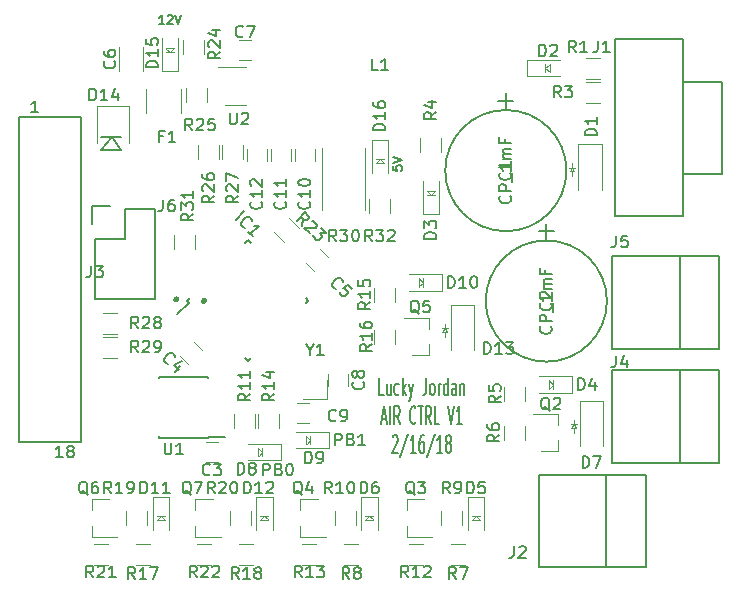
<source format=gbr>
G04 #@! TF.FileFunction,Legend,Top*
%FSLAX46Y46*%
G04 Gerber Fmt 4.6, Leading zero omitted, Abs format (unit mm)*
G04 Created by KiCad (PCBNEW 4.0.7) date 02/19/18 12:51:33*
%MOMM*%
%LPD*%
G01*
G04 APERTURE LIST*
%ADD10C,0.100000*%
%ADD11C,0.190500*%
%ADD12C,0.150000*%
%ADD13C,0.500000*%
%ADD14C,0.152400*%
%ADD15C,0.120000*%
%ADD16C,0.200000*%
G04 APERTURE END LIST*
D10*
D11*
X96846572Y-86630071D02*
X96483715Y-86630071D01*
X96483715Y-85130071D01*
X97427143Y-85630071D02*
X97427143Y-86630071D01*
X97100572Y-85630071D02*
X97100572Y-86415786D01*
X97136857Y-86558643D01*
X97209429Y-86630071D01*
X97318286Y-86630071D01*
X97390857Y-86558643D01*
X97427143Y-86487214D01*
X98116572Y-86558643D02*
X98044001Y-86630071D01*
X97898858Y-86630071D01*
X97826286Y-86558643D01*
X97790001Y-86487214D01*
X97753715Y-86344357D01*
X97753715Y-85915786D01*
X97790001Y-85772929D01*
X97826286Y-85701500D01*
X97898858Y-85630071D01*
X98044001Y-85630071D01*
X98116572Y-85701500D01*
X98443144Y-86630071D02*
X98443144Y-85130071D01*
X98515715Y-86058643D02*
X98733429Y-86630071D01*
X98733429Y-85630071D02*
X98443144Y-86201500D01*
X98987429Y-85630071D02*
X99168858Y-86630071D01*
X99350286Y-85630071D02*
X99168858Y-86630071D01*
X99096286Y-86987214D01*
X99060001Y-87058643D01*
X98987429Y-87130071D01*
X100438857Y-85130071D02*
X100438857Y-86201500D01*
X100402571Y-86415786D01*
X100330000Y-86558643D01*
X100221143Y-86630071D01*
X100148571Y-86630071D01*
X100910571Y-86630071D02*
X100837999Y-86558643D01*
X100801714Y-86487214D01*
X100765428Y-86344357D01*
X100765428Y-85915786D01*
X100801714Y-85772929D01*
X100837999Y-85701500D01*
X100910571Y-85630071D01*
X101019428Y-85630071D01*
X101091999Y-85701500D01*
X101128285Y-85772929D01*
X101164571Y-85915786D01*
X101164571Y-86344357D01*
X101128285Y-86487214D01*
X101091999Y-86558643D01*
X101019428Y-86630071D01*
X100910571Y-86630071D01*
X101491143Y-86630071D02*
X101491143Y-85630071D01*
X101491143Y-85915786D02*
X101527428Y-85772929D01*
X101563714Y-85701500D01*
X101636285Y-85630071D01*
X101708857Y-85630071D01*
X102289428Y-86630071D02*
X102289428Y-85130071D01*
X102289428Y-86558643D02*
X102216857Y-86630071D01*
X102071714Y-86630071D01*
X101999142Y-86558643D01*
X101962857Y-86487214D01*
X101926571Y-86344357D01*
X101926571Y-85915786D01*
X101962857Y-85772929D01*
X101999142Y-85701500D01*
X102071714Y-85630071D01*
X102216857Y-85630071D01*
X102289428Y-85701500D01*
X102978857Y-86630071D02*
X102978857Y-85844357D01*
X102942571Y-85701500D01*
X102870000Y-85630071D01*
X102724857Y-85630071D01*
X102652286Y-85701500D01*
X102978857Y-86558643D02*
X102906286Y-86630071D01*
X102724857Y-86630071D01*
X102652286Y-86558643D01*
X102616000Y-86415786D01*
X102616000Y-86272929D01*
X102652286Y-86130071D01*
X102724857Y-86058643D01*
X102906286Y-86058643D01*
X102978857Y-85987214D01*
X103341715Y-85630071D02*
X103341715Y-86630071D01*
X103341715Y-85772929D02*
X103378000Y-85701500D01*
X103450572Y-85630071D01*
X103559429Y-85630071D01*
X103632000Y-85701500D01*
X103668286Y-85844357D01*
X103668286Y-86630071D01*
X96701430Y-88642000D02*
X97064287Y-88642000D01*
X96628858Y-89070571D02*
X96882858Y-87570571D01*
X97136858Y-89070571D01*
X97390859Y-89070571D02*
X97390859Y-87570571D01*
X98189144Y-89070571D02*
X97935144Y-88356286D01*
X97753716Y-89070571D02*
X97753716Y-87570571D01*
X98044001Y-87570571D01*
X98116573Y-87642000D01*
X98152858Y-87713429D01*
X98189144Y-87856286D01*
X98189144Y-88070571D01*
X98152858Y-88213429D01*
X98116573Y-88284857D01*
X98044001Y-88356286D01*
X97753716Y-88356286D01*
X99531715Y-88927714D02*
X99495429Y-88999143D01*
X99386572Y-89070571D01*
X99314001Y-89070571D01*
X99205144Y-88999143D01*
X99132572Y-88856286D01*
X99096287Y-88713429D01*
X99060001Y-88427714D01*
X99060001Y-88213429D01*
X99096287Y-87927714D01*
X99132572Y-87784857D01*
X99205144Y-87642000D01*
X99314001Y-87570571D01*
X99386572Y-87570571D01*
X99495429Y-87642000D01*
X99531715Y-87713429D01*
X99749429Y-87570571D02*
X100184858Y-87570571D01*
X99967144Y-89070571D02*
X99967144Y-87570571D01*
X100874286Y-89070571D02*
X100620286Y-88356286D01*
X100438858Y-89070571D02*
X100438858Y-87570571D01*
X100729143Y-87570571D01*
X100801715Y-87642000D01*
X100838000Y-87713429D01*
X100874286Y-87856286D01*
X100874286Y-88070571D01*
X100838000Y-88213429D01*
X100801715Y-88284857D01*
X100729143Y-88356286D01*
X100438858Y-88356286D01*
X101563715Y-89070571D02*
X101200858Y-89070571D01*
X101200858Y-87570571D01*
X102289428Y-87570571D02*
X102543428Y-89070571D01*
X102797428Y-87570571D01*
X103450571Y-89070571D02*
X103015143Y-89070571D01*
X103232857Y-89070571D02*
X103232857Y-87570571D01*
X103160286Y-87784857D01*
X103087714Y-87927714D01*
X103015143Y-87999143D01*
X97608572Y-90153929D02*
X97644858Y-90082500D01*
X97717429Y-90011071D01*
X97898858Y-90011071D01*
X97971429Y-90082500D01*
X98007715Y-90153929D01*
X98044000Y-90296786D01*
X98044000Y-90439643D01*
X98007715Y-90653929D01*
X97572286Y-91511071D01*
X98044000Y-91511071D01*
X98914857Y-89939643D02*
X98261714Y-91868214D01*
X99568000Y-91511071D02*
X99132572Y-91511071D01*
X99350286Y-91511071D02*
X99350286Y-90011071D01*
X99277715Y-90225357D01*
X99205143Y-90368214D01*
X99132572Y-90439643D01*
X100221143Y-90011071D02*
X100076000Y-90011071D01*
X100003429Y-90082500D01*
X99967143Y-90153929D01*
X99894572Y-90368214D01*
X99858286Y-90653929D01*
X99858286Y-91225357D01*
X99894572Y-91368214D01*
X99930857Y-91439643D01*
X100003429Y-91511071D01*
X100148572Y-91511071D01*
X100221143Y-91439643D01*
X100257429Y-91368214D01*
X100293714Y-91225357D01*
X100293714Y-90868214D01*
X100257429Y-90725357D01*
X100221143Y-90653929D01*
X100148572Y-90582500D01*
X100003429Y-90582500D01*
X99930857Y-90653929D01*
X99894572Y-90725357D01*
X99858286Y-90868214D01*
X101164571Y-89939643D02*
X100511428Y-91868214D01*
X101817714Y-91511071D02*
X101382286Y-91511071D01*
X101600000Y-91511071D02*
X101600000Y-90011071D01*
X101527429Y-90225357D01*
X101454857Y-90368214D01*
X101382286Y-90439643D01*
X102253143Y-90653929D02*
X102180571Y-90582500D01*
X102144286Y-90511071D01*
X102108000Y-90368214D01*
X102108000Y-90296786D01*
X102144286Y-90153929D01*
X102180571Y-90082500D01*
X102253143Y-90011071D01*
X102398286Y-90011071D01*
X102470857Y-90082500D01*
X102507143Y-90153929D01*
X102543428Y-90296786D01*
X102543428Y-90368214D01*
X102507143Y-90511071D01*
X102470857Y-90582500D01*
X102398286Y-90653929D01*
X102253143Y-90653929D01*
X102180571Y-90725357D01*
X102144286Y-90796786D01*
X102108000Y-90939643D01*
X102108000Y-91225357D01*
X102144286Y-91368214D01*
X102180571Y-91439643D01*
X102253143Y-91511071D01*
X102398286Y-91511071D01*
X102470857Y-91439643D01*
X102507143Y-91368214D01*
X102543428Y-91225357D01*
X102543428Y-90939643D01*
X102507143Y-90796786D01*
X102470857Y-90725357D01*
X102398286Y-90653929D01*
X97598895Y-67201142D02*
X97598895Y-67563999D01*
X97985943Y-67600285D01*
X97947238Y-67563999D01*
X97908533Y-67491428D01*
X97908533Y-67309999D01*
X97947238Y-67237428D01*
X97985943Y-67201142D01*
X98063352Y-67164857D01*
X98256876Y-67164857D01*
X98334286Y-67201142D01*
X98372990Y-67237428D01*
X98411695Y-67309999D01*
X98411695Y-67491428D01*
X98372990Y-67563999D01*
X98334286Y-67600285D01*
X97598895Y-66947143D02*
X98411695Y-66693143D01*
X97598895Y-66439143D01*
X78268286Y-55231695D02*
X77832858Y-55231695D01*
X78050572Y-55231695D02*
X78050572Y-54418895D01*
X77978001Y-54535010D01*
X77905429Y-54612419D01*
X77832858Y-54651124D01*
X78558572Y-54496305D02*
X78594858Y-54457600D01*
X78667429Y-54418895D01*
X78848858Y-54418895D01*
X78921429Y-54457600D01*
X78957715Y-54496305D01*
X78994000Y-54573714D01*
X78994000Y-54651124D01*
X78957715Y-54767238D01*
X78522286Y-55231695D01*
X78994000Y-55231695D01*
X79211714Y-54418895D02*
X79465714Y-55231695D01*
X79719714Y-54418895D01*
D12*
X92741905Y-90876381D02*
X92741905Y-89876381D01*
X93122858Y-89876381D01*
X93218096Y-89924000D01*
X93265715Y-89971619D01*
X93313334Y-90066857D01*
X93313334Y-90209714D01*
X93265715Y-90304952D01*
X93218096Y-90352571D01*
X93122858Y-90400190D01*
X92741905Y-90400190D01*
X94075239Y-90352571D02*
X94218096Y-90400190D01*
X94265715Y-90447810D01*
X94313334Y-90543048D01*
X94313334Y-90685905D01*
X94265715Y-90781143D01*
X94218096Y-90828762D01*
X94122858Y-90876381D01*
X93741905Y-90876381D01*
X93741905Y-89876381D01*
X94075239Y-89876381D01*
X94170477Y-89924000D01*
X94218096Y-89971619D01*
X94265715Y-90066857D01*
X94265715Y-90162095D01*
X94218096Y-90257333D01*
X94170477Y-90304952D01*
X94075239Y-90352571D01*
X93741905Y-90352571D01*
X95265715Y-90876381D02*
X94694286Y-90876381D01*
X94980000Y-90876381D02*
X94980000Y-89876381D01*
X94884762Y-90019238D01*
X94789524Y-90114476D01*
X94694286Y-90162095D01*
X86645905Y-93416381D02*
X86645905Y-92416381D01*
X87026858Y-92416381D01*
X87122096Y-92464000D01*
X87169715Y-92511619D01*
X87217334Y-92606857D01*
X87217334Y-92749714D01*
X87169715Y-92844952D01*
X87122096Y-92892571D01*
X87026858Y-92940190D01*
X86645905Y-92940190D01*
X87979239Y-92892571D02*
X88122096Y-92940190D01*
X88169715Y-92987810D01*
X88217334Y-93083048D01*
X88217334Y-93225905D01*
X88169715Y-93321143D01*
X88122096Y-93368762D01*
X88026858Y-93416381D01*
X87645905Y-93416381D01*
X87645905Y-92416381D01*
X87979239Y-92416381D01*
X88074477Y-92464000D01*
X88122096Y-92511619D01*
X88169715Y-92606857D01*
X88169715Y-92702095D01*
X88122096Y-92797333D01*
X88074477Y-92844952D01*
X87979239Y-92892571D01*
X87645905Y-92892571D01*
X88836381Y-92416381D02*
X88931620Y-92416381D01*
X89026858Y-92464000D01*
X89074477Y-92511619D01*
X89122096Y-92606857D01*
X89169715Y-92797333D01*
X89169715Y-93035429D01*
X89122096Y-93225905D01*
X89074477Y-93321143D01*
X89026858Y-93368762D01*
X88931620Y-93416381D01*
X88836381Y-93416381D01*
X88741143Y-93368762D01*
X88693524Y-93321143D01*
X88645905Y-93225905D01*
X88598286Y-93035429D01*
X88598286Y-92797333D01*
X88645905Y-92606857D01*
X88693524Y-92511619D01*
X88741143Y-92464000D01*
X88836381Y-92416381D01*
D13*
X81641054Y-78630961D02*
G75*
G03X81641054Y-78630961I-50801J0D01*
G01*
X79306186Y-78487276D02*
G75*
G03X79306186Y-78487276I-50800J0D01*
G01*
D12*
X80217476Y-78613000D02*
X80376575Y-78772099D01*
X85344000Y-73486476D02*
X85573810Y-73716286D01*
X90470524Y-78613000D02*
X90240714Y-78383190D01*
X85344000Y-83739524D02*
X85114190Y-83509714D01*
X80217476Y-78613000D02*
X80447286Y-78383190D01*
X85344000Y-83739524D02*
X85573810Y-83509714D01*
X90470524Y-78613000D02*
X90240714Y-78842810D01*
X85344000Y-73486476D02*
X85114190Y-73716286D01*
X80376575Y-78772099D02*
X79368948Y-79779726D01*
D14*
X107188000Y-61074300D02*
X107188000Y-62344300D01*
X107823000Y-61709300D02*
X106553000Y-61709300D01*
X112318800Y-67602100D02*
G75*
G03X112318800Y-67602100I-5130800J0D01*
G01*
X110617000Y-72123300D02*
X110617000Y-73393300D01*
X111252000Y-72758300D02*
X109982000Y-72758300D01*
X115747800Y-78651100D02*
G75*
G03X115747800Y-78651100I-5130800J0D01*
G01*
D15*
X81796000Y-92290000D02*
X82796000Y-92290000D01*
X82796000Y-90590000D02*
X81796000Y-90590000D01*
X81472594Y-82810513D02*
X80765487Y-82103406D01*
X79563406Y-83305487D02*
X80270513Y-84012594D01*
X92140594Y-74936513D02*
X91433487Y-74229406D01*
X90231406Y-75431487D02*
X90938513Y-76138594D01*
X74418000Y-57166000D02*
X74418000Y-59166000D01*
X76458000Y-59166000D02*
X76458000Y-57166000D01*
X84590000Y-58254000D02*
X85590000Y-58254000D01*
X85590000Y-56554000D02*
X84590000Y-56554000D01*
X93814000Y-85844000D02*
X93814000Y-84844000D01*
X92114000Y-84844000D02*
X92114000Y-85844000D01*
X90543000Y-87288000D02*
X89543000Y-87288000D01*
X89543000Y-88988000D02*
X90543000Y-88988000D01*
X91020000Y-66794000D02*
X91020000Y-65794000D01*
X89320000Y-65794000D02*
X89320000Y-66794000D01*
D10*
X112800000Y-67664000D02*
X112800000Y-68064000D01*
X112800000Y-67364000D02*
X113000000Y-67664000D01*
X113000000Y-67664000D02*
X112600000Y-67664000D01*
X112600000Y-67664000D02*
X112800000Y-67364000D01*
X112800000Y-66964000D02*
X112800000Y-67364000D01*
X112800000Y-67364000D02*
X113050000Y-67364000D01*
X113050000Y-67364000D02*
X112550000Y-67364000D01*
D15*
X115300000Y-65364000D02*
X113300000Y-65364000D01*
X113300000Y-65364000D02*
X113300000Y-69214000D01*
X115300000Y-65364000D02*
X115300000Y-69214000D01*
D10*
X110544000Y-59278000D02*
X110544000Y-58928000D01*
X110544000Y-58928000D02*
X110544000Y-58578000D01*
X110894000Y-59278000D02*
X110544000Y-58928000D01*
X110894000Y-59228000D02*
X110894000Y-59278000D01*
X110894000Y-59278000D02*
X110894000Y-59228000D01*
X110894000Y-58578000D02*
X110894000Y-59228000D01*
X110844000Y-58628000D02*
X110894000Y-58578000D01*
X110544000Y-58928000D02*
X110844000Y-58628000D01*
D15*
X108944000Y-58228000D02*
X108944000Y-59628000D01*
X108944000Y-59628000D02*
X111744000Y-59628000D01*
X108944000Y-58228000D02*
X111744000Y-58228000D01*
D10*
X101188000Y-69669000D02*
X100838000Y-69669000D01*
X100838000Y-69669000D02*
X100488000Y-69669000D01*
X101188000Y-69319000D02*
X100838000Y-69669000D01*
X101138000Y-69319000D02*
X101188000Y-69319000D01*
X101188000Y-69319000D02*
X101138000Y-69319000D01*
X100488000Y-69319000D02*
X101138000Y-69319000D01*
X100538000Y-69369000D02*
X100488000Y-69319000D01*
X100838000Y-69669000D02*
X100538000Y-69369000D01*
D15*
X100138000Y-71269000D02*
X101538000Y-71269000D01*
X101538000Y-71269000D02*
X101538000Y-68469000D01*
X100138000Y-71269000D02*
X100138000Y-68469000D01*
D10*
X111198000Y-85375000D02*
X111198000Y-85725000D01*
X111198000Y-85725000D02*
X111198000Y-86075000D01*
X110848000Y-85375000D02*
X111198000Y-85725000D01*
X110848000Y-85425000D02*
X110848000Y-85375000D01*
X110848000Y-85375000D02*
X110848000Y-85425000D01*
X110848000Y-86075000D02*
X110848000Y-85425000D01*
X110898000Y-86025000D02*
X110848000Y-86075000D01*
X111198000Y-85725000D02*
X110898000Y-86025000D01*
D15*
X112798000Y-86425000D02*
X112798000Y-85025000D01*
X112798000Y-85025000D02*
X109998000Y-85025000D01*
X112798000Y-86425000D02*
X109998000Y-86425000D01*
D10*
X104298000Y-96828000D02*
X104648000Y-96828000D01*
X104648000Y-96828000D02*
X104998000Y-96828000D01*
X104298000Y-97178000D02*
X104648000Y-96828000D01*
X104348000Y-97178000D02*
X104298000Y-97178000D01*
X104298000Y-97178000D02*
X104348000Y-97178000D01*
X104998000Y-97178000D02*
X104348000Y-97178000D01*
X104948000Y-97128000D02*
X104998000Y-97178000D01*
X104648000Y-96828000D02*
X104948000Y-97128000D01*
D15*
X105348000Y-95228000D02*
X103948000Y-95228000D01*
X103948000Y-95228000D02*
X103948000Y-98028000D01*
X105348000Y-95228000D02*
X105348000Y-98028000D01*
D10*
X95281000Y-96828000D02*
X95631000Y-96828000D01*
X95631000Y-96828000D02*
X95981000Y-96828000D01*
X95281000Y-97178000D02*
X95631000Y-96828000D01*
X95331000Y-97178000D02*
X95281000Y-97178000D01*
X95281000Y-97178000D02*
X95331000Y-97178000D01*
X95981000Y-97178000D02*
X95331000Y-97178000D01*
X95931000Y-97128000D02*
X95981000Y-97178000D01*
X95631000Y-96828000D02*
X95931000Y-97128000D01*
D15*
X96331000Y-95228000D02*
X94931000Y-95228000D01*
X94931000Y-95228000D02*
X94931000Y-98028000D01*
X96331000Y-95228000D02*
X96331000Y-98028000D01*
D10*
X112927000Y-89381000D02*
X112927000Y-89781000D01*
X112927000Y-89081000D02*
X113127000Y-89381000D01*
X113127000Y-89381000D02*
X112727000Y-89381000D01*
X112727000Y-89381000D02*
X112927000Y-89081000D01*
X112927000Y-88681000D02*
X112927000Y-89081000D01*
X112927000Y-89081000D02*
X113177000Y-89081000D01*
X113177000Y-89081000D02*
X112677000Y-89081000D01*
D15*
X115427000Y-87081000D02*
X113427000Y-87081000D01*
X113427000Y-87081000D02*
X113427000Y-90931000D01*
X115427000Y-87081000D02*
X115427000Y-90931000D01*
D10*
X86560000Y-91090000D02*
X86560000Y-91440000D01*
X86560000Y-91440000D02*
X86560000Y-91790000D01*
X86210000Y-91090000D02*
X86560000Y-91440000D01*
X86210000Y-91140000D02*
X86210000Y-91090000D01*
X86210000Y-91090000D02*
X86210000Y-91140000D01*
X86210000Y-91790000D02*
X86210000Y-91140000D01*
X86260000Y-91740000D02*
X86210000Y-91790000D01*
X86560000Y-91440000D02*
X86260000Y-91740000D01*
D15*
X88160000Y-92140000D02*
X88160000Y-90740000D01*
X88160000Y-90740000D02*
X85360000Y-90740000D01*
X88160000Y-92140000D02*
X85360000Y-92140000D01*
D10*
X90624000Y-90074000D02*
X90624000Y-90424000D01*
X90624000Y-90424000D02*
X90624000Y-90774000D01*
X90274000Y-90074000D02*
X90624000Y-90424000D01*
X90274000Y-90124000D02*
X90274000Y-90074000D01*
X90274000Y-90074000D02*
X90274000Y-90124000D01*
X90274000Y-90774000D02*
X90274000Y-90124000D01*
X90324000Y-90724000D02*
X90274000Y-90774000D01*
X90624000Y-90424000D02*
X90324000Y-90724000D01*
D15*
X92224000Y-91124000D02*
X92224000Y-89724000D01*
X92224000Y-89724000D02*
X89424000Y-89724000D01*
X92224000Y-91124000D02*
X89424000Y-91124000D01*
D10*
X100149000Y-76739000D02*
X100149000Y-77089000D01*
X100149000Y-77089000D02*
X100149000Y-77439000D01*
X99799000Y-76739000D02*
X100149000Y-77089000D01*
X99799000Y-76789000D02*
X99799000Y-76739000D01*
X99799000Y-76739000D02*
X99799000Y-76789000D01*
X99799000Y-77439000D02*
X99799000Y-76789000D01*
X99849000Y-77389000D02*
X99799000Y-77439000D01*
X100149000Y-77089000D02*
X99849000Y-77389000D01*
D15*
X101749000Y-77789000D02*
X101749000Y-76389000D01*
X101749000Y-76389000D02*
X98949000Y-76389000D01*
X101749000Y-77789000D02*
X98949000Y-77789000D01*
D10*
X77628000Y-96828000D02*
X77978000Y-96828000D01*
X77978000Y-96828000D02*
X78328000Y-96828000D01*
X77628000Y-97178000D02*
X77978000Y-96828000D01*
X77678000Y-97178000D02*
X77628000Y-97178000D01*
X77628000Y-97178000D02*
X77678000Y-97178000D01*
X78328000Y-97178000D02*
X77678000Y-97178000D01*
X78278000Y-97128000D02*
X78328000Y-97178000D01*
X77978000Y-96828000D02*
X78278000Y-97128000D01*
D15*
X78678000Y-95228000D02*
X77278000Y-95228000D01*
X77278000Y-95228000D02*
X77278000Y-98028000D01*
X78678000Y-95228000D02*
X78678000Y-98028000D01*
D10*
X86391000Y-96828000D02*
X86741000Y-96828000D01*
X86741000Y-96828000D02*
X87091000Y-96828000D01*
X86391000Y-97178000D02*
X86741000Y-96828000D01*
X86441000Y-97178000D02*
X86391000Y-97178000D01*
X86391000Y-97178000D02*
X86441000Y-97178000D01*
X87091000Y-97178000D02*
X86441000Y-97178000D01*
X87041000Y-97128000D02*
X87091000Y-97178000D01*
X86741000Y-96828000D02*
X87041000Y-97128000D01*
D15*
X87441000Y-95228000D02*
X86041000Y-95228000D01*
X86041000Y-95228000D02*
X86041000Y-98028000D01*
X87441000Y-95228000D02*
X87441000Y-98028000D01*
D10*
X102005000Y-81253000D02*
X102005000Y-81653000D01*
X102005000Y-80953000D02*
X102205000Y-81253000D01*
X102205000Y-81253000D02*
X101805000Y-81253000D01*
X101805000Y-81253000D02*
X102005000Y-80953000D01*
X102005000Y-80553000D02*
X102005000Y-80953000D01*
X102005000Y-80953000D02*
X102255000Y-80953000D01*
X102255000Y-80953000D02*
X101755000Y-80953000D01*
D15*
X104505000Y-78953000D02*
X102505000Y-78953000D01*
X102505000Y-78953000D02*
X102505000Y-82803000D01*
X104505000Y-78953000D02*
X104505000Y-82803000D01*
D16*
X72914000Y-65878000D02*
X73814000Y-64778000D01*
X74614000Y-65878000D02*
X72914000Y-65878000D01*
X73814000Y-64778000D02*
X74614000Y-65878000D01*
X74614000Y-64778000D02*
X72914000Y-64778000D01*
D15*
X75247500Y-62103000D02*
X72580500Y-62103000D01*
X72580500Y-62103000D02*
X72580500Y-65278000D01*
X75247500Y-62103000D02*
X75247500Y-65278000D01*
D10*
X79090000Y-57604000D02*
X78740000Y-57604000D01*
X78740000Y-57604000D02*
X78390000Y-57604000D01*
X79090000Y-57254000D02*
X78740000Y-57604000D01*
X79040000Y-57254000D02*
X79090000Y-57254000D01*
X79090000Y-57254000D02*
X79040000Y-57254000D01*
X78390000Y-57254000D02*
X79040000Y-57254000D01*
X78440000Y-57304000D02*
X78390000Y-57254000D01*
X78740000Y-57604000D02*
X78440000Y-57304000D01*
D15*
X78040000Y-59204000D02*
X79440000Y-59204000D01*
X79440000Y-59204000D02*
X79440000Y-56404000D01*
X78040000Y-59204000D02*
X78040000Y-56404000D01*
D10*
X96170000Y-66602000D02*
X96520000Y-66602000D01*
X96520000Y-66602000D02*
X96870000Y-66602000D01*
X96170000Y-66952000D02*
X96520000Y-66602000D01*
X96220000Y-66952000D02*
X96170000Y-66952000D01*
X96170000Y-66952000D02*
X96220000Y-66952000D01*
X96870000Y-66952000D02*
X96220000Y-66952000D01*
X96820000Y-66902000D02*
X96870000Y-66952000D01*
X96520000Y-66602000D02*
X96820000Y-66902000D01*
D15*
X97220000Y-65002000D02*
X95820000Y-65002000D01*
X95820000Y-65002000D02*
X95820000Y-67802000D01*
X97220000Y-65002000D02*
X97220000Y-67802000D01*
X79712000Y-60722000D02*
X79712000Y-62722000D01*
X76752000Y-62722000D02*
X76752000Y-60722000D01*
D12*
X122181000Y-67880000D02*
X125491000Y-67880000D01*
X125491000Y-67880000D02*
X125491000Y-60080000D01*
X125491000Y-60080000D02*
X122181000Y-60080000D01*
X122181000Y-56480000D02*
X116459000Y-56480000D01*
X122181000Y-71480000D02*
X116459000Y-71480000D01*
X122181000Y-56480000D02*
X122181000Y-71480000D01*
X116459000Y-56480000D02*
X116459000Y-71480000D01*
X115704000Y-101154000D02*
X119014000Y-101154000D01*
X119014000Y-101154000D02*
X119014000Y-93354000D01*
X119014000Y-93354000D02*
X115704000Y-93354000D01*
X115704000Y-93354000D02*
X109982000Y-93354000D01*
X115704000Y-101154000D02*
X109982000Y-101154000D01*
X115704000Y-93354000D02*
X115704000Y-101154000D01*
X109982000Y-93354000D02*
X109982000Y-101154000D01*
X121927000Y-92320000D02*
X125237000Y-92320000D01*
X125237000Y-92320000D02*
X125237000Y-84520000D01*
X125237000Y-84520000D02*
X121927000Y-84520000D01*
X121927000Y-84520000D02*
X116205000Y-84520000D01*
X121927000Y-92320000D02*
X116205000Y-92320000D01*
X121927000Y-84520000D02*
X121927000Y-92320000D01*
X116205000Y-84520000D02*
X116205000Y-92320000D01*
X121927000Y-82668000D02*
X125237000Y-82668000D01*
X125237000Y-82668000D02*
X125237000Y-74868000D01*
X125237000Y-74868000D02*
X121927000Y-74868000D01*
X121927000Y-74868000D02*
X116205000Y-74868000D01*
X121927000Y-82668000D02*
X116205000Y-82668000D01*
X121927000Y-74868000D02*
X121927000Y-82668000D01*
X116205000Y-74868000D02*
X116205000Y-82668000D01*
X72390000Y-73406000D02*
X72390000Y-78486000D01*
X72110000Y-70586000D02*
X73660000Y-70586000D01*
X74930000Y-70866000D02*
X74930000Y-73406000D01*
X74930000Y-73406000D02*
X72390000Y-73406000D01*
X72390000Y-78486000D02*
X77470000Y-78486000D01*
X77470000Y-78486000D02*
X77470000Y-73406000D01*
X72110000Y-70586000D02*
X72110000Y-72136000D01*
X77470000Y-70866000D02*
X74930000Y-70866000D01*
X77470000Y-73406000D02*
X77470000Y-70866000D01*
D15*
X113954000Y-58048000D02*
X115154000Y-58048000D01*
X115154000Y-59808000D02*
X113954000Y-59808000D01*
X113954000Y-60080000D02*
X115154000Y-60080000D01*
X115154000Y-61840000D02*
X113954000Y-61840000D01*
X99958000Y-66005000D02*
X99958000Y-64805000D01*
X101718000Y-64805000D02*
X101718000Y-66005000D01*
X108830000Y-85887000D02*
X108830000Y-87087000D01*
X107070000Y-87087000D02*
X107070000Y-85887000D01*
X107070000Y-90389000D02*
X107070000Y-89189000D01*
X108830000Y-89189000D02*
X108830000Y-90389000D01*
X102524000Y-99196000D02*
X103724000Y-99196000D01*
X103724000Y-100956000D02*
X102524000Y-100956000D01*
X93507000Y-99196000D02*
X94707000Y-99196000D01*
X94707000Y-100956000D02*
X93507000Y-100956000D01*
X103496000Y-96428000D02*
X103496000Y-97628000D01*
X101736000Y-97628000D02*
X101736000Y-96428000D01*
X94479000Y-96428000D02*
X94479000Y-97628000D01*
X92719000Y-97628000D02*
X92719000Y-96428000D01*
X84210000Y-89373000D02*
X84210000Y-88173000D01*
X85970000Y-88173000D02*
X85970000Y-89373000D01*
X98968000Y-99196000D02*
X100168000Y-99196000D01*
X100168000Y-100956000D02*
X98968000Y-100956000D01*
X89951000Y-99196000D02*
X91151000Y-99196000D01*
X91151000Y-100956000D02*
X89951000Y-100956000D01*
X86242000Y-89373000D02*
X86242000Y-88173000D01*
X88002000Y-88173000D02*
X88002000Y-89373000D01*
X97781000Y-77505000D02*
X97781000Y-78705000D01*
X96021000Y-78705000D02*
X96021000Y-77505000D01*
X96021000Y-82261000D02*
X96021000Y-81061000D01*
X97781000Y-81061000D02*
X97781000Y-82261000D01*
X75854000Y-99196000D02*
X77054000Y-99196000D01*
X77054000Y-100956000D02*
X75854000Y-100956000D01*
X84617000Y-99196000D02*
X85817000Y-99196000D01*
X85817000Y-100956000D02*
X84617000Y-100956000D01*
X76826000Y-96428000D02*
X76826000Y-97628000D01*
X75066000Y-97628000D02*
X75066000Y-96428000D01*
X85589000Y-96428000D02*
X85589000Y-97628000D01*
X83829000Y-97628000D02*
X83829000Y-96428000D01*
X72298000Y-99196000D02*
X73498000Y-99196000D01*
X73498000Y-100956000D02*
X72298000Y-100956000D01*
X81061000Y-99196000D02*
X82261000Y-99196000D01*
X82261000Y-100956000D02*
X81061000Y-100956000D01*
X88448010Y-73690518D02*
X87599482Y-72841990D01*
X88843990Y-71597482D02*
X89692518Y-72446010D01*
X81652000Y-56550000D02*
X81652000Y-57750000D01*
X79892000Y-57750000D02*
X79892000Y-56550000D01*
X80146000Y-61814000D02*
X80146000Y-60614000D01*
X81906000Y-60614000D02*
X81906000Y-61814000D01*
X81162000Y-66640000D02*
X81162000Y-65440000D01*
X82922000Y-65440000D02*
X82922000Y-66640000D01*
X84954000Y-65440000D02*
X84954000Y-66640000D01*
X83194000Y-66640000D02*
X83194000Y-65440000D01*
X73060000Y-79638000D02*
X74260000Y-79638000D01*
X74260000Y-81398000D02*
X73060000Y-81398000D01*
X74260000Y-83430000D02*
X73060000Y-83430000D01*
X73060000Y-81670000D02*
X74260000Y-81670000D01*
X95292000Y-65726000D02*
X95292000Y-70926000D01*
X91652000Y-70926000D02*
X91652000Y-65726000D01*
X79130000Y-74260000D02*
X79130000Y-73060000D01*
X80890000Y-73060000D02*
X80890000Y-74260000D01*
X97400000Y-70012000D02*
X97400000Y-71212000D01*
X95640000Y-71212000D02*
X95640000Y-70012000D01*
D12*
X81983400Y-90205000D02*
X81983400Y-90155000D01*
X77833400Y-90205000D02*
X77833400Y-90060000D01*
X77833400Y-85055000D02*
X77833400Y-85200000D01*
X81983400Y-85055000D02*
X81983400Y-85200000D01*
X81983400Y-90205000D02*
X77833400Y-90205000D01*
X81983400Y-85055000D02*
X77833400Y-85055000D01*
X81983400Y-90155000D02*
X83383400Y-90155000D01*
D15*
X83428000Y-62062000D02*
X85228000Y-62062000D01*
X85228000Y-58842000D02*
X82778000Y-58842000D01*
D10*
X92043000Y-86944000D02*
X90043000Y-86944000D01*
X92043000Y-86944000D02*
X92043000Y-85344000D01*
D15*
X111631000Y-91369000D02*
X111631000Y-90439000D01*
X111631000Y-88209000D02*
X111631000Y-89139000D01*
X111631000Y-88209000D02*
X109471000Y-88209000D01*
X111631000Y-91369000D02*
X110171000Y-91369000D01*
X98808000Y-95448000D02*
X98808000Y-96378000D01*
X98808000Y-98608000D02*
X98808000Y-97678000D01*
X98808000Y-98608000D02*
X100968000Y-98608000D01*
X98808000Y-95448000D02*
X100268000Y-95448000D01*
X89791000Y-95448000D02*
X89791000Y-96378000D01*
X89791000Y-98608000D02*
X89791000Y-97678000D01*
X89791000Y-98608000D02*
X91951000Y-98608000D01*
X89791000Y-95448000D02*
X91251000Y-95448000D01*
X100709000Y-83241000D02*
X100709000Y-82311000D01*
X100709000Y-80081000D02*
X100709000Y-81011000D01*
X100709000Y-80081000D02*
X98549000Y-80081000D01*
X100709000Y-83241000D02*
X99249000Y-83241000D01*
X72138000Y-95448000D02*
X72138000Y-96378000D01*
X72138000Y-98608000D02*
X72138000Y-97678000D01*
X72138000Y-98608000D02*
X74298000Y-98608000D01*
X72138000Y-95448000D02*
X73598000Y-95448000D01*
X80901000Y-95448000D02*
X80901000Y-96378000D01*
X80901000Y-98608000D02*
X80901000Y-97678000D01*
X80901000Y-98608000D02*
X83061000Y-98608000D01*
X80901000Y-95448000D02*
X82361000Y-95448000D01*
X88988000Y-66794000D02*
X88988000Y-65794000D01*
X87288000Y-65794000D02*
X87288000Y-66794000D01*
X86956000Y-66794000D02*
X86956000Y-65794000D01*
X85256000Y-65794000D02*
X85256000Y-66794000D01*
D12*
X65930000Y-90570000D02*
X71230000Y-90570000D01*
X65930000Y-63100000D02*
X71230000Y-63100000D01*
X65930000Y-90570000D02*
X65930000Y-63100000D01*
X71230000Y-90570000D02*
X71230000Y-63100000D01*
X84333848Y-71765610D02*
X85040955Y-71058503D01*
X85141970Y-72439045D02*
X85074626Y-72439045D01*
X84939939Y-72371702D01*
X84872596Y-72304358D01*
X84805252Y-72169671D01*
X84805252Y-72034984D01*
X84838924Y-71933969D01*
X84939939Y-71765610D01*
X85040955Y-71664594D01*
X85209313Y-71563579D01*
X85310328Y-71529907D01*
X85445015Y-71529907D01*
X85579703Y-71597252D01*
X85647046Y-71664595D01*
X85714390Y-71799282D01*
X85714390Y-71866625D01*
X85748061Y-73179824D02*
X85344000Y-72775762D01*
X85546030Y-72977793D02*
X86253137Y-72270686D01*
X86084778Y-72304358D01*
X85950092Y-72304358D01*
X85849076Y-72270686D01*
X107545143Y-67768766D02*
X107592762Y-67816385D01*
X107640381Y-67959242D01*
X107640381Y-68054480D01*
X107592762Y-68197338D01*
X107497524Y-68292576D01*
X107402286Y-68340195D01*
X107211810Y-68387814D01*
X107068952Y-68387814D01*
X106878476Y-68340195D01*
X106783238Y-68292576D01*
X106688000Y-68197338D01*
X106640381Y-68054480D01*
X106640381Y-67959242D01*
X106688000Y-67816385D01*
X106735619Y-67768766D01*
X107640381Y-66816385D02*
X107640381Y-67387814D01*
X107640381Y-67102100D02*
X106640381Y-67102100D01*
X106783238Y-67197338D01*
X106878476Y-67292576D01*
X106926095Y-67387814D01*
X107545143Y-69744957D02*
X107592762Y-69792576D01*
X107640381Y-69935433D01*
X107640381Y-70030671D01*
X107592762Y-70173529D01*
X107497524Y-70268767D01*
X107402286Y-70316386D01*
X107211810Y-70364005D01*
X107068952Y-70364005D01*
X106878476Y-70316386D01*
X106783238Y-70268767D01*
X106688000Y-70173529D01*
X106640381Y-70030671D01*
X106640381Y-69935433D01*
X106688000Y-69792576D01*
X106735619Y-69744957D01*
X107640381Y-69316386D02*
X106640381Y-69316386D01*
X106640381Y-68935433D01*
X106688000Y-68840195D01*
X106735619Y-68792576D01*
X106830857Y-68744957D01*
X106973714Y-68744957D01*
X107068952Y-68792576D01*
X107116571Y-68840195D01*
X107164190Y-68935433D01*
X107164190Y-69316386D01*
X107735619Y-68554481D02*
X107735619Y-67792576D01*
X107640381Y-67030671D02*
X107640381Y-67602100D01*
X107640381Y-67316386D02*
X106640381Y-67316386D01*
X106783238Y-67411624D01*
X106878476Y-67506862D01*
X106926095Y-67602100D01*
X107640381Y-66602100D02*
X106973714Y-66602100D01*
X107068952Y-66602100D02*
X107021333Y-66554481D01*
X106973714Y-66459243D01*
X106973714Y-66316385D01*
X107021333Y-66221147D01*
X107116571Y-66173528D01*
X107640381Y-66173528D01*
X107116571Y-66173528D02*
X107021333Y-66125909D01*
X106973714Y-66030671D01*
X106973714Y-65887814D01*
X107021333Y-65792576D01*
X107116571Y-65744957D01*
X107640381Y-65744957D01*
X107116571Y-64935433D02*
X107116571Y-65268767D01*
X107640381Y-65268767D02*
X106640381Y-65268767D01*
X106640381Y-64792576D01*
X110974143Y-78817766D02*
X111021762Y-78865385D01*
X111069381Y-79008242D01*
X111069381Y-79103480D01*
X111021762Y-79246338D01*
X110926524Y-79341576D01*
X110831286Y-79389195D01*
X110640810Y-79436814D01*
X110497952Y-79436814D01*
X110307476Y-79389195D01*
X110212238Y-79341576D01*
X110117000Y-79246338D01*
X110069381Y-79103480D01*
X110069381Y-79008242D01*
X110117000Y-78865385D01*
X110164619Y-78817766D01*
X110164619Y-78436814D02*
X110117000Y-78389195D01*
X110069381Y-78293957D01*
X110069381Y-78055861D01*
X110117000Y-77960623D01*
X110164619Y-77913004D01*
X110259857Y-77865385D01*
X110355095Y-77865385D01*
X110497952Y-77913004D01*
X111069381Y-78484433D01*
X111069381Y-77865385D01*
X110974143Y-80793957D02*
X111021762Y-80841576D01*
X111069381Y-80984433D01*
X111069381Y-81079671D01*
X111021762Y-81222529D01*
X110926524Y-81317767D01*
X110831286Y-81365386D01*
X110640810Y-81413005D01*
X110497952Y-81413005D01*
X110307476Y-81365386D01*
X110212238Y-81317767D01*
X110117000Y-81222529D01*
X110069381Y-81079671D01*
X110069381Y-80984433D01*
X110117000Y-80841576D01*
X110164619Y-80793957D01*
X111069381Y-80365386D02*
X110069381Y-80365386D01*
X110069381Y-79984433D01*
X110117000Y-79889195D01*
X110164619Y-79841576D01*
X110259857Y-79793957D01*
X110402714Y-79793957D01*
X110497952Y-79841576D01*
X110545571Y-79889195D01*
X110593190Y-79984433D01*
X110593190Y-80365386D01*
X111164619Y-79603481D02*
X111164619Y-78841576D01*
X111069381Y-78079671D02*
X111069381Y-78651100D01*
X111069381Y-78365386D02*
X110069381Y-78365386D01*
X110212238Y-78460624D01*
X110307476Y-78555862D01*
X110355095Y-78651100D01*
X111069381Y-77651100D02*
X110402714Y-77651100D01*
X110497952Y-77651100D02*
X110450333Y-77603481D01*
X110402714Y-77508243D01*
X110402714Y-77365385D01*
X110450333Y-77270147D01*
X110545571Y-77222528D01*
X111069381Y-77222528D01*
X110545571Y-77222528D02*
X110450333Y-77174909D01*
X110402714Y-77079671D01*
X110402714Y-76936814D01*
X110450333Y-76841576D01*
X110545571Y-76793957D01*
X111069381Y-76793957D01*
X110545571Y-75984433D02*
X110545571Y-76317767D01*
X111069381Y-76317767D02*
X110069381Y-76317767D01*
X110069381Y-75841576D01*
X82129334Y-93321143D02*
X82081715Y-93368762D01*
X81938858Y-93416381D01*
X81843620Y-93416381D01*
X81700762Y-93368762D01*
X81605524Y-93273524D01*
X81557905Y-93178286D01*
X81510286Y-92987810D01*
X81510286Y-92844952D01*
X81557905Y-92654476D01*
X81605524Y-92559238D01*
X81700762Y-92464000D01*
X81843620Y-92416381D01*
X81938858Y-92416381D01*
X82081715Y-92464000D01*
X82129334Y-92511619D01*
X82462667Y-92416381D02*
X83081715Y-92416381D01*
X82748381Y-92797333D01*
X82891239Y-92797333D01*
X82986477Y-92844952D01*
X83034096Y-92892571D01*
X83081715Y-92987810D01*
X83081715Y-93225905D01*
X83034096Y-93321143D01*
X82986477Y-93368762D01*
X82891239Y-93416381D01*
X82605524Y-93416381D01*
X82510286Y-93368762D01*
X82462667Y-93321143D01*
X78623611Y-83954688D02*
X78556268Y-83954688D01*
X78421581Y-83887344D01*
X78354237Y-83820001D01*
X78286893Y-83685313D01*
X78286893Y-83550626D01*
X78320565Y-83449611D01*
X78421580Y-83281253D01*
X78522596Y-83180237D01*
X78690955Y-83079222D01*
X78791970Y-83045550D01*
X78926657Y-83045550D01*
X79061344Y-83112894D01*
X79128688Y-83180237D01*
X79196031Y-83314924D01*
X79196031Y-83382268D01*
X79633764Y-84156718D02*
X79162359Y-84628123D01*
X79734778Y-83718985D02*
X79061343Y-84055703D01*
X79499076Y-84493436D01*
X92847611Y-77604688D02*
X92780268Y-77604688D01*
X92645581Y-77537344D01*
X92578237Y-77470001D01*
X92510893Y-77335313D01*
X92510893Y-77200626D01*
X92544565Y-77099611D01*
X92645580Y-76931253D01*
X92746596Y-76830237D01*
X92914955Y-76729222D01*
X93015970Y-76695550D01*
X93150657Y-76695550D01*
X93285344Y-76762894D01*
X93352688Y-76830237D01*
X93420031Y-76964924D01*
X93420031Y-77032268D01*
X94127138Y-77604688D02*
X93790420Y-77267970D01*
X93420031Y-77571015D01*
X93487374Y-77571015D01*
X93588390Y-77604687D01*
X93756749Y-77773046D01*
X93790421Y-77874061D01*
X93790421Y-77941405D01*
X93756748Y-78042421D01*
X93588390Y-78210779D01*
X93487374Y-78244451D01*
X93420031Y-78244451D01*
X93319016Y-78210779D01*
X93150657Y-78042420D01*
X93116985Y-77941405D01*
X93116985Y-77874061D01*
X74045143Y-58332666D02*
X74092762Y-58380285D01*
X74140381Y-58523142D01*
X74140381Y-58618380D01*
X74092762Y-58761238D01*
X73997524Y-58856476D01*
X73902286Y-58904095D01*
X73711810Y-58951714D01*
X73568952Y-58951714D01*
X73378476Y-58904095D01*
X73283238Y-58856476D01*
X73188000Y-58761238D01*
X73140381Y-58618380D01*
X73140381Y-58523142D01*
X73188000Y-58380285D01*
X73235619Y-58332666D01*
X73140381Y-57475523D02*
X73140381Y-57666000D01*
X73188000Y-57761238D01*
X73235619Y-57808857D01*
X73378476Y-57904095D01*
X73568952Y-57951714D01*
X73949905Y-57951714D01*
X74045143Y-57904095D01*
X74092762Y-57856476D01*
X74140381Y-57761238D01*
X74140381Y-57570761D01*
X74092762Y-57475523D01*
X74045143Y-57427904D01*
X73949905Y-57380285D01*
X73711810Y-57380285D01*
X73616571Y-57427904D01*
X73568952Y-57475523D01*
X73521333Y-57570761D01*
X73521333Y-57761238D01*
X73568952Y-57856476D01*
X73616571Y-57904095D01*
X73711810Y-57951714D01*
X84923334Y-56237143D02*
X84875715Y-56284762D01*
X84732858Y-56332381D01*
X84637620Y-56332381D01*
X84494762Y-56284762D01*
X84399524Y-56189524D01*
X84351905Y-56094286D01*
X84304286Y-55903810D01*
X84304286Y-55760952D01*
X84351905Y-55570476D01*
X84399524Y-55475238D01*
X84494762Y-55380000D01*
X84637620Y-55332381D01*
X84732858Y-55332381D01*
X84875715Y-55380000D01*
X84923334Y-55427619D01*
X85256667Y-55332381D02*
X85923334Y-55332381D01*
X85494762Y-56332381D01*
X95099143Y-85510666D02*
X95146762Y-85558285D01*
X95194381Y-85701142D01*
X95194381Y-85796380D01*
X95146762Y-85939238D01*
X95051524Y-86034476D01*
X94956286Y-86082095D01*
X94765810Y-86129714D01*
X94622952Y-86129714D01*
X94432476Y-86082095D01*
X94337238Y-86034476D01*
X94242000Y-85939238D01*
X94194381Y-85796380D01*
X94194381Y-85701142D01*
X94242000Y-85558285D01*
X94289619Y-85510666D01*
X94622952Y-84939238D02*
X94575333Y-85034476D01*
X94527714Y-85082095D01*
X94432476Y-85129714D01*
X94384857Y-85129714D01*
X94289619Y-85082095D01*
X94242000Y-85034476D01*
X94194381Y-84939238D01*
X94194381Y-84748761D01*
X94242000Y-84653523D01*
X94289619Y-84605904D01*
X94384857Y-84558285D01*
X94432476Y-84558285D01*
X94527714Y-84605904D01*
X94575333Y-84653523D01*
X94622952Y-84748761D01*
X94622952Y-84939238D01*
X94670571Y-85034476D01*
X94718190Y-85082095D01*
X94813429Y-85129714D01*
X95003905Y-85129714D01*
X95099143Y-85082095D01*
X95146762Y-85034476D01*
X95194381Y-84939238D01*
X95194381Y-84748761D01*
X95146762Y-84653523D01*
X95099143Y-84605904D01*
X95003905Y-84558285D01*
X94813429Y-84558285D01*
X94718190Y-84605904D01*
X94670571Y-84653523D01*
X94622952Y-84748761D01*
X92797334Y-88749143D02*
X92749715Y-88796762D01*
X92606858Y-88844381D01*
X92511620Y-88844381D01*
X92368762Y-88796762D01*
X92273524Y-88701524D01*
X92225905Y-88606286D01*
X92178286Y-88415810D01*
X92178286Y-88272952D01*
X92225905Y-88082476D01*
X92273524Y-87987238D01*
X92368762Y-87892000D01*
X92511620Y-87844381D01*
X92606858Y-87844381D01*
X92749715Y-87892000D01*
X92797334Y-87939619D01*
X93273524Y-88844381D02*
X93464000Y-88844381D01*
X93559239Y-88796762D01*
X93606858Y-88749143D01*
X93702096Y-88606286D01*
X93749715Y-88415810D01*
X93749715Y-88034857D01*
X93702096Y-87939619D01*
X93654477Y-87892000D01*
X93559239Y-87844381D01*
X93368762Y-87844381D01*
X93273524Y-87892000D01*
X93225905Y-87939619D01*
X93178286Y-88034857D01*
X93178286Y-88272952D01*
X93225905Y-88368190D01*
X93273524Y-88415810D01*
X93368762Y-88463429D01*
X93559239Y-88463429D01*
X93654477Y-88415810D01*
X93702096Y-88368190D01*
X93749715Y-88272952D01*
X90527143Y-70238857D02*
X90574762Y-70286476D01*
X90622381Y-70429333D01*
X90622381Y-70524571D01*
X90574762Y-70667429D01*
X90479524Y-70762667D01*
X90384286Y-70810286D01*
X90193810Y-70857905D01*
X90050952Y-70857905D01*
X89860476Y-70810286D01*
X89765238Y-70762667D01*
X89670000Y-70667429D01*
X89622381Y-70524571D01*
X89622381Y-70429333D01*
X89670000Y-70286476D01*
X89717619Y-70238857D01*
X90622381Y-69286476D02*
X90622381Y-69857905D01*
X90622381Y-69572191D02*
X89622381Y-69572191D01*
X89765238Y-69667429D01*
X89860476Y-69762667D01*
X89908095Y-69857905D01*
X89622381Y-68667429D02*
X89622381Y-68572190D01*
X89670000Y-68476952D01*
X89717619Y-68429333D01*
X89812857Y-68381714D01*
X90003333Y-68334095D01*
X90241429Y-68334095D01*
X90431905Y-68381714D01*
X90527143Y-68429333D01*
X90574762Y-68476952D01*
X90622381Y-68572190D01*
X90622381Y-68667429D01*
X90574762Y-68762667D01*
X90527143Y-68810286D01*
X90431905Y-68857905D01*
X90241429Y-68905524D01*
X90003333Y-68905524D01*
X89812857Y-68857905D01*
X89717619Y-68810286D01*
X89670000Y-68762667D01*
X89622381Y-68667429D01*
X114879381Y-64619095D02*
X113879381Y-64619095D01*
X113879381Y-64381000D01*
X113927000Y-64238142D01*
X114022238Y-64142904D01*
X114117476Y-64095285D01*
X114307952Y-64047666D01*
X114450810Y-64047666D01*
X114641286Y-64095285D01*
X114736524Y-64142904D01*
X114831762Y-64238142D01*
X114879381Y-64381000D01*
X114879381Y-64619095D01*
X114879381Y-63095285D02*
X114879381Y-63666714D01*
X114879381Y-63381000D02*
X113879381Y-63381000D01*
X114022238Y-63476238D01*
X114117476Y-63571476D01*
X114165095Y-63666714D01*
X110005905Y-57930381D02*
X110005905Y-56930381D01*
X110244000Y-56930381D01*
X110386858Y-56978000D01*
X110482096Y-57073238D01*
X110529715Y-57168476D01*
X110577334Y-57358952D01*
X110577334Y-57501810D01*
X110529715Y-57692286D01*
X110482096Y-57787524D01*
X110386858Y-57882762D01*
X110244000Y-57930381D01*
X110005905Y-57930381D01*
X110958286Y-57025619D02*
X111005905Y-56978000D01*
X111101143Y-56930381D01*
X111339239Y-56930381D01*
X111434477Y-56978000D01*
X111482096Y-57025619D01*
X111529715Y-57120857D01*
X111529715Y-57216095D01*
X111482096Y-57358952D01*
X110910667Y-57930381D01*
X111529715Y-57930381D01*
X101290381Y-73382095D02*
X100290381Y-73382095D01*
X100290381Y-73144000D01*
X100338000Y-73001142D01*
X100433238Y-72905904D01*
X100528476Y-72858285D01*
X100718952Y-72810666D01*
X100861810Y-72810666D01*
X101052286Y-72858285D01*
X101147524Y-72905904D01*
X101242762Y-73001142D01*
X101290381Y-73144000D01*
X101290381Y-73382095D01*
X100290381Y-72477333D02*
X100290381Y-71858285D01*
X100671333Y-72191619D01*
X100671333Y-72048761D01*
X100718952Y-71953523D01*
X100766571Y-71905904D01*
X100861810Y-71858285D01*
X101099905Y-71858285D01*
X101195143Y-71905904D01*
X101242762Y-71953523D01*
X101290381Y-72048761D01*
X101290381Y-72334476D01*
X101242762Y-72429714D01*
X101195143Y-72477333D01*
X113307905Y-86177381D02*
X113307905Y-85177381D01*
X113546000Y-85177381D01*
X113688858Y-85225000D01*
X113784096Y-85320238D01*
X113831715Y-85415476D01*
X113879334Y-85605952D01*
X113879334Y-85748810D01*
X113831715Y-85939286D01*
X113784096Y-86034524D01*
X113688858Y-86129762D01*
X113546000Y-86177381D01*
X113307905Y-86177381D01*
X114736477Y-85510714D02*
X114736477Y-86177381D01*
X114498381Y-85129762D02*
X114260286Y-85844048D01*
X114879334Y-85844048D01*
X103909905Y-94940381D02*
X103909905Y-93940381D01*
X104148000Y-93940381D01*
X104290858Y-93988000D01*
X104386096Y-94083238D01*
X104433715Y-94178476D01*
X104481334Y-94368952D01*
X104481334Y-94511810D01*
X104433715Y-94702286D01*
X104386096Y-94797524D01*
X104290858Y-94892762D01*
X104148000Y-94940381D01*
X103909905Y-94940381D01*
X105386096Y-93940381D02*
X104909905Y-93940381D01*
X104862286Y-94416571D01*
X104909905Y-94368952D01*
X105005143Y-94321333D01*
X105243239Y-94321333D01*
X105338477Y-94368952D01*
X105386096Y-94416571D01*
X105433715Y-94511810D01*
X105433715Y-94749905D01*
X105386096Y-94845143D01*
X105338477Y-94892762D01*
X105243239Y-94940381D01*
X105005143Y-94940381D01*
X104909905Y-94892762D01*
X104862286Y-94845143D01*
X94892905Y-94940381D02*
X94892905Y-93940381D01*
X95131000Y-93940381D01*
X95273858Y-93988000D01*
X95369096Y-94083238D01*
X95416715Y-94178476D01*
X95464334Y-94368952D01*
X95464334Y-94511810D01*
X95416715Y-94702286D01*
X95369096Y-94797524D01*
X95273858Y-94892762D01*
X95131000Y-94940381D01*
X94892905Y-94940381D01*
X96321477Y-93940381D02*
X96131000Y-93940381D01*
X96035762Y-93988000D01*
X95988143Y-94035619D01*
X95892905Y-94178476D01*
X95845286Y-94368952D01*
X95845286Y-94749905D01*
X95892905Y-94845143D01*
X95940524Y-94892762D01*
X96035762Y-94940381D01*
X96226239Y-94940381D01*
X96321477Y-94892762D01*
X96369096Y-94845143D01*
X96416715Y-94749905D01*
X96416715Y-94511810D01*
X96369096Y-94416571D01*
X96321477Y-94368952D01*
X96226239Y-94321333D01*
X96035762Y-94321333D01*
X95940524Y-94368952D01*
X95892905Y-94416571D01*
X95845286Y-94511810D01*
X113688905Y-92781381D02*
X113688905Y-91781381D01*
X113927000Y-91781381D01*
X114069858Y-91829000D01*
X114165096Y-91924238D01*
X114212715Y-92019476D01*
X114260334Y-92209952D01*
X114260334Y-92352810D01*
X114212715Y-92543286D01*
X114165096Y-92638524D01*
X114069858Y-92733762D01*
X113927000Y-92781381D01*
X113688905Y-92781381D01*
X114593667Y-91781381D02*
X115260334Y-91781381D01*
X114831762Y-92781381D01*
X84478905Y-93342381D02*
X84478905Y-92342381D01*
X84717000Y-92342381D01*
X84859858Y-92390000D01*
X84955096Y-92485238D01*
X85002715Y-92580476D01*
X85050334Y-92770952D01*
X85050334Y-92913810D01*
X85002715Y-93104286D01*
X84955096Y-93199524D01*
X84859858Y-93294762D01*
X84717000Y-93342381D01*
X84478905Y-93342381D01*
X85621762Y-92770952D02*
X85526524Y-92723333D01*
X85478905Y-92675714D01*
X85431286Y-92580476D01*
X85431286Y-92532857D01*
X85478905Y-92437619D01*
X85526524Y-92390000D01*
X85621762Y-92342381D01*
X85812239Y-92342381D01*
X85907477Y-92390000D01*
X85955096Y-92437619D01*
X86002715Y-92532857D01*
X86002715Y-92580476D01*
X85955096Y-92675714D01*
X85907477Y-92723333D01*
X85812239Y-92770952D01*
X85621762Y-92770952D01*
X85526524Y-92818571D01*
X85478905Y-92866190D01*
X85431286Y-92961429D01*
X85431286Y-93151905D01*
X85478905Y-93247143D01*
X85526524Y-93294762D01*
X85621762Y-93342381D01*
X85812239Y-93342381D01*
X85907477Y-93294762D01*
X85955096Y-93247143D01*
X86002715Y-93151905D01*
X86002715Y-92961429D01*
X85955096Y-92866190D01*
X85907477Y-92818571D01*
X85812239Y-92770952D01*
X90193905Y-92400381D02*
X90193905Y-91400381D01*
X90432000Y-91400381D01*
X90574858Y-91448000D01*
X90670096Y-91543238D01*
X90717715Y-91638476D01*
X90765334Y-91828952D01*
X90765334Y-91971810D01*
X90717715Y-92162286D01*
X90670096Y-92257524D01*
X90574858Y-92352762D01*
X90432000Y-92400381D01*
X90193905Y-92400381D01*
X91241524Y-92400381D02*
X91432000Y-92400381D01*
X91527239Y-92352762D01*
X91574858Y-92305143D01*
X91670096Y-92162286D01*
X91717715Y-91971810D01*
X91717715Y-91590857D01*
X91670096Y-91495619D01*
X91622477Y-91448000D01*
X91527239Y-91400381D01*
X91336762Y-91400381D01*
X91241524Y-91448000D01*
X91193905Y-91495619D01*
X91146286Y-91590857D01*
X91146286Y-91828952D01*
X91193905Y-91924190D01*
X91241524Y-91971810D01*
X91336762Y-92019429D01*
X91527239Y-92019429D01*
X91622477Y-91971810D01*
X91670096Y-91924190D01*
X91717715Y-91828952D01*
X102290714Y-77541381D02*
X102290714Y-76541381D01*
X102528809Y-76541381D01*
X102671667Y-76589000D01*
X102766905Y-76684238D01*
X102814524Y-76779476D01*
X102862143Y-76969952D01*
X102862143Y-77112810D01*
X102814524Y-77303286D01*
X102766905Y-77398524D01*
X102671667Y-77493762D01*
X102528809Y-77541381D01*
X102290714Y-77541381D01*
X103814524Y-77541381D02*
X103243095Y-77541381D01*
X103528809Y-77541381D02*
X103528809Y-76541381D01*
X103433571Y-76684238D01*
X103338333Y-76779476D01*
X103243095Y-76827095D01*
X104433571Y-76541381D02*
X104528810Y-76541381D01*
X104624048Y-76589000D01*
X104671667Y-76636619D01*
X104719286Y-76731857D01*
X104766905Y-76922333D01*
X104766905Y-77160429D01*
X104719286Y-77350905D01*
X104671667Y-77446143D01*
X104624048Y-77493762D01*
X104528810Y-77541381D01*
X104433571Y-77541381D01*
X104338333Y-77493762D01*
X104290714Y-77446143D01*
X104243095Y-77350905D01*
X104195476Y-77160429D01*
X104195476Y-76922333D01*
X104243095Y-76731857D01*
X104290714Y-76636619D01*
X104338333Y-76589000D01*
X104433571Y-76541381D01*
X76255714Y-94940381D02*
X76255714Y-93940381D01*
X76493809Y-93940381D01*
X76636667Y-93988000D01*
X76731905Y-94083238D01*
X76779524Y-94178476D01*
X76827143Y-94368952D01*
X76827143Y-94511810D01*
X76779524Y-94702286D01*
X76731905Y-94797524D01*
X76636667Y-94892762D01*
X76493809Y-94940381D01*
X76255714Y-94940381D01*
X77779524Y-94940381D02*
X77208095Y-94940381D01*
X77493809Y-94940381D02*
X77493809Y-93940381D01*
X77398571Y-94083238D01*
X77303333Y-94178476D01*
X77208095Y-94226095D01*
X78731905Y-94940381D02*
X78160476Y-94940381D01*
X78446190Y-94940381D02*
X78446190Y-93940381D01*
X78350952Y-94083238D01*
X78255714Y-94178476D01*
X78160476Y-94226095D01*
X85018714Y-94940381D02*
X85018714Y-93940381D01*
X85256809Y-93940381D01*
X85399667Y-93988000D01*
X85494905Y-94083238D01*
X85542524Y-94178476D01*
X85590143Y-94368952D01*
X85590143Y-94511810D01*
X85542524Y-94702286D01*
X85494905Y-94797524D01*
X85399667Y-94892762D01*
X85256809Y-94940381D01*
X85018714Y-94940381D01*
X86542524Y-94940381D02*
X85971095Y-94940381D01*
X86256809Y-94940381D02*
X86256809Y-93940381D01*
X86161571Y-94083238D01*
X86066333Y-94178476D01*
X85971095Y-94226095D01*
X86923476Y-94035619D02*
X86971095Y-93988000D01*
X87066333Y-93940381D01*
X87304429Y-93940381D01*
X87399667Y-93988000D01*
X87447286Y-94035619D01*
X87494905Y-94130857D01*
X87494905Y-94226095D01*
X87447286Y-94368952D01*
X86875857Y-94940381D01*
X87494905Y-94940381D01*
X105338714Y-83129381D02*
X105338714Y-82129381D01*
X105576809Y-82129381D01*
X105719667Y-82177000D01*
X105814905Y-82272238D01*
X105862524Y-82367476D01*
X105910143Y-82557952D01*
X105910143Y-82700810D01*
X105862524Y-82891286D01*
X105814905Y-82986524D01*
X105719667Y-83081762D01*
X105576809Y-83129381D01*
X105338714Y-83129381D01*
X106862524Y-83129381D02*
X106291095Y-83129381D01*
X106576809Y-83129381D02*
X106576809Y-82129381D01*
X106481571Y-82272238D01*
X106386333Y-82367476D01*
X106291095Y-82415095D01*
X107195857Y-82129381D02*
X107814905Y-82129381D01*
X107481571Y-82510333D01*
X107624429Y-82510333D01*
X107719667Y-82557952D01*
X107767286Y-82605571D01*
X107814905Y-82700810D01*
X107814905Y-82938905D01*
X107767286Y-83034143D01*
X107719667Y-83081762D01*
X107624429Y-83129381D01*
X107338714Y-83129381D01*
X107243476Y-83081762D01*
X107195857Y-83034143D01*
X71937714Y-61666381D02*
X71937714Y-60666381D01*
X72175809Y-60666381D01*
X72318667Y-60714000D01*
X72413905Y-60809238D01*
X72461524Y-60904476D01*
X72509143Y-61094952D01*
X72509143Y-61237810D01*
X72461524Y-61428286D01*
X72413905Y-61523524D01*
X72318667Y-61618762D01*
X72175809Y-61666381D01*
X71937714Y-61666381D01*
X73461524Y-61666381D02*
X72890095Y-61666381D01*
X73175809Y-61666381D02*
X73175809Y-60666381D01*
X73080571Y-60809238D01*
X72985333Y-60904476D01*
X72890095Y-60952095D01*
X74318667Y-60999714D02*
X74318667Y-61666381D01*
X74080571Y-60618762D02*
X73842476Y-61333048D01*
X74461524Y-61333048D01*
X77742381Y-58872286D02*
X76742381Y-58872286D01*
X76742381Y-58634191D01*
X76790000Y-58491333D01*
X76885238Y-58396095D01*
X76980476Y-58348476D01*
X77170952Y-58300857D01*
X77313810Y-58300857D01*
X77504286Y-58348476D01*
X77599524Y-58396095D01*
X77694762Y-58491333D01*
X77742381Y-58634191D01*
X77742381Y-58872286D01*
X77742381Y-57348476D02*
X77742381Y-57919905D01*
X77742381Y-57634191D02*
X76742381Y-57634191D01*
X76885238Y-57729429D01*
X76980476Y-57824667D01*
X77028095Y-57919905D01*
X76742381Y-56443714D02*
X76742381Y-56919905D01*
X77218571Y-56967524D01*
X77170952Y-56919905D01*
X77123333Y-56824667D01*
X77123333Y-56586571D01*
X77170952Y-56491333D01*
X77218571Y-56443714D01*
X77313810Y-56396095D01*
X77551905Y-56396095D01*
X77647143Y-56443714D01*
X77694762Y-56491333D01*
X77742381Y-56586571D01*
X77742381Y-56824667D01*
X77694762Y-56919905D01*
X77647143Y-56967524D01*
X96972381Y-64206286D02*
X95972381Y-64206286D01*
X95972381Y-63968191D01*
X96020000Y-63825333D01*
X96115238Y-63730095D01*
X96210476Y-63682476D01*
X96400952Y-63634857D01*
X96543810Y-63634857D01*
X96734286Y-63682476D01*
X96829524Y-63730095D01*
X96924762Y-63825333D01*
X96972381Y-63968191D01*
X96972381Y-64206286D01*
X96972381Y-62682476D02*
X96972381Y-63253905D01*
X96972381Y-62968191D02*
X95972381Y-62968191D01*
X96115238Y-63063429D01*
X96210476Y-63158667D01*
X96258095Y-63253905D01*
X95972381Y-61825333D02*
X95972381Y-62015810D01*
X96020000Y-62111048D01*
X96067619Y-62158667D01*
X96210476Y-62253905D01*
X96400952Y-62301524D01*
X96781905Y-62301524D01*
X96877143Y-62253905D01*
X96924762Y-62206286D01*
X96972381Y-62111048D01*
X96972381Y-61920571D01*
X96924762Y-61825333D01*
X96877143Y-61777714D01*
X96781905Y-61730095D01*
X96543810Y-61730095D01*
X96448571Y-61777714D01*
X96400952Y-61825333D01*
X96353333Y-61920571D01*
X96353333Y-62111048D01*
X96400952Y-62206286D01*
X96448571Y-62253905D01*
X96543810Y-62301524D01*
X78152667Y-64698571D02*
X77819333Y-64698571D01*
X77819333Y-65222381D02*
X77819333Y-64222381D01*
X78295524Y-64222381D01*
X79200286Y-65222381D02*
X78628857Y-65222381D01*
X78914571Y-65222381D02*
X78914571Y-64222381D01*
X78819333Y-64365238D01*
X78724095Y-64460476D01*
X78628857Y-64508095D01*
X114982667Y-56602381D02*
X114982667Y-57316667D01*
X114935047Y-57459524D01*
X114839809Y-57554762D01*
X114696952Y-57602381D01*
X114601714Y-57602381D01*
X115982667Y-57602381D02*
X115411238Y-57602381D01*
X115696952Y-57602381D02*
X115696952Y-56602381D01*
X115601714Y-56745238D01*
X115506476Y-56840476D01*
X115411238Y-56888095D01*
X107870667Y-99401381D02*
X107870667Y-100115667D01*
X107823047Y-100258524D01*
X107727809Y-100353762D01*
X107584952Y-100401381D01*
X107489714Y-100401381D01*
X108299238Y-99496619D02*
X108346857Y-99449000D01*
X108442095Y-99401381D01*
X108680191Y-99401381D01*
X108775429Y-99449000D01*
X108823048Y-99496619D01*
X108870667Y-99591857D01*
X108870667Y-99687095D01*
X108823048Y-99829952D01*
X108251619Y-100401381D01*
X108870667Y-100401381D01*
X116506667Y-83272381D02*
X116506667Y-83986667D01*
X116459047Y-84129524D01*
X116363809Y-84224762D01*
X116220952Y-84272381D01*
X116125714Y-84272381D01*
X117411429Y-83605714D02*
X117411429Y-84272381D01*
X117173333Y-83224762D02*
X116935238Y-83939048D01*
X117554286Y-83939048D01*
X116506667Y-73112381D02*
X116506667Y-73826667D01*
X116459047Y-73969524D01*
X116363809Y-74064762D01*
X116220952Y-74112381D01*
X116125714Y-74112381D01*
X117459048Y-73112381D02*
X116982857Y-73112381D01*
X116935238Y-73588571D01*
X116982857Y-73540952D01*
X117078095Y-73493333D01*
X117316191Y-73493333D01*
X117411429Y-73540952D01*
X117459048Y-73588571D01*
X117506667Y-73683810D01*
X117506667Y-73921905D01*
X117459048Y-74017143D01*
X117411429Y-74064762D01*
X117316191Y-74112381D01*
X117078095Y-74112381D01*
X116982857Y-74064762D01*
X116935238Y-74017143D01*
X78152667Y-70064381D02*
X78152667Y-70778667D01*
X78105047Y-70921524D01*
X78009809Y-71016762D01*
X77866952Y-71064381D01*
X77771714Y-71064381D01*
X79057429Y-70064381D02*
X78866952Y-70064381D01*
X78771714Y-70112000D01*
X78724095Y-70159619D01*
X78628857Y-70302476D01*
X78581238Y-70492952D01*
X78581238Y-70873905D01*
X78628857Y-70969143D01*
X78676476Y-71016762D01*
X78771714Y-71064381D01*
X78962191Y-71064381D01*
X79057429Y-71016762D01*
X79105048Y-70969143D01*
X79152667Y-70873905D01*
X79152667Y-70635810D01*
X79105048Y-70540571D01*
X79057429Y-70492952D01*
X78962191Y-70445333D01*
X78771714Y-70445333D01*
X78676476Y-70492952D01*
X78628857Y-70540571D01*
X78581238Y-70635810D01*
X96353334Y-59126381D02*
X95877143Y-59126381D01*
X95877143Y-58126381D01*
X97210477Y-59126381D02*
X96639048Y-59126381D01*
X96924762Y-59126381D02*
X96924762Y-58126381D01*
X96829524Y-58269238D01*
X96734286Y-58364476D01*
X96639048Y-58412095D01*
X113117334Y-57602381D02*
X112784000Y-57126190D01*
X112545905Y-57602381D02*
X112545905Y-56602381D01*
X112926858Y-56602381D01*
X113022096Y-56650000D01*
X113069715Y-56697619D01*
X113117334Y-56792857D01*
X113117334Y-56935714D01*
X113069715Y-57030952D01*
X113022096Y-57078571D01*
X112926858Y-57126190D01*
X112545905Y-57126190D01*
X114069715Y-57602381D02*
X113498286Y-57602381D01*
X113784000Y-57602381D02*
X113784000Y-56602381D01*
X113688762Y-56745238D01*
X113593524Y-56840476D01*
X113498286Y-56888095D01*
X111847334Y-61412381D02*
X111514000Y-60936190D01*
X111275905Y-61412381D02*
X111275905Y-60412381D01*
X111656858Y-60412381D01*
X111752096Y-60460000D01*
X111799715Y-60507619D01*
X111847334Y-60602857D01*
X111847334Y-60745714D01*
X111799715Y-60840952D01*
X111752096Y-60888571D01*
X111656858Y-60936190D01*
X111275905Y-60936190D01*
X112180667Y-60412381D02*
X112799715Y-60412381D01*
X112466381Y-60793333D01*
X112609239Y-60793333D01*
X112704477Y-60840952D01*
X112752096Y-60888571D01*
X112799715Y-60983810D01*
X112799715Y-61221905D01*
X112752096Y-61317143D01*
X112704477Y-61364762D01*
X112609239Y-61412381D01*
X112323524Y-61412381D01*
X112228286Y-61364762D01*
X112180667Y-61317143D01*
X101290381Y-62650666D02*
X100814190Y-62984000D01*
X101290381Y-63222095D02*
X100290381Y-63222095D01*
X100290381Y-62841142D01*
X100338000Y-62745904D01*
X100385619Y-62698285D01*
X100480857Y-62650666D01*
X100623714Y-62650666D01*
X100718952Y-62698285D01*
X100766571Y-62745904D01*
X100814190Y-62841142D01*
X100814190Y-63222095D01*
X100623714Y-61793523D02*
X101290381Y-61793523D01*
X100242762Y-62031619D02*
X100957048Y-62269714D01*
X100957048Y-61650666D01*
X106752381Y-86653666D02*
X106276190Y-86987000D01*
X106752381Y-87225095D02*
X105752381Y-87225095D01*
X105752381Y-86844142D01*
X105800000Y-86748904D01*
X105847619Y-86701285D01*
X105942857Y-86653666D01*
X106085714Y-86653666D01*
X106180952Y-86701285D01*
X106228571Y-86748904D01*
X106276190Y-86844142D01*
X106276190Y-87225095D01*
X105752381Y-85748904D02*
X105752381Y-86225095D01*
X106228571Y-86272714D01*
X106180952Y-86225095D01*
X106133333Y-86129857D01*
X106133333Y-85891761D01*
X106180952Y-85796523D01*
X106228571Y-85748904D01*
X106323810Y-85701285D01*
X106561905Y-85701285D01*
X106657143Y-85748904D01*
X106704762Y-85796523D01*
X106752381Y-85891761D01*
X106752381Y-86129857D01*
X106704762Y-86225095D01*
X106657143Y-86272714D01*
X106624381Y-89955666D02*
X106148190Y-90289000D01*
X106624381Y-90527095D02*
X105624381Y-90527095D01*
X105624381Y-90146142D01*
X105672000Y-90050904D01*
X105719619Y-90003285D01*
X105814857Y-89955666D01*
X105957714Y-89955666D01*
X106052952Y-90003285D01*
X106100571Y-90050904D01*
X106148190Y-90146142D01*
X106148190Y-90527095D01*
X105624381Y-89098523D02*
X105624381Y-89289000D01*
X105672000Y-89384238D01*
X105719619Y-89431857D01*
X105862476Y-89527095D01*
X106052952Y-89574714D01*
X106433905Y-89574714D01*
X106529143Y-89527095D01*
X106576762Y-89479476D01*
X106624381Y-89384238D01*
X106624381Y-89193761D01*
X106576762Y-89098523D01*
X106529143Y-89050904D01*
X106433905Y-89003285D01*
X106195810Y-89003285D01*
X106100571Y-89050904D01*
X106052952Y-89098523D01*
X106005333Y-89193761D01*
X106005333Y-89384238D01*
X106052952Y-89479476D01*
X106100571Y-89527095D01*
X106195810Y-89574714D01*
X102957334Y-102178381D02*
X102624000Y-101702190D01*
X102385905Y-102178381D02*
X102385905Y-101178381D01*
X102766858Y-101178381D01*
X102862096Y-101226000D01*
X102909715Y-101273619D01*
X102957334Y-101368857D01*
X102957334Y-101511714D01*
X102909715Y-101606952D01*
X102862096Y-101654571D01*
X102766858Y-101702190D01*
X102385905Y-101702190D01*
X103290667Y-101178381D02*
X103957334Y-101178381D01*
X103528762Y-102178381D01*
X93940334Y-102178381D02*
X93607000Y-101702190D01*
X93368905Y-102178381D02*
X93368905Y-101178381D01*
X93749858Y-101178381D01*
X93845096Y-101226000D01*
X93892715Y-101273619D01*
X93940334Y-101368857D01*
X93940334Y-101511714D01*
X93892715Y-101606952D01*
X93845096Y-101654571D01*
X93749858Y-101702190D01*
X93368905Y-101702190D01*
X94511762Y-101606952D02*
X94416524Y-101559333D01*
X94368905Y-101511714D01*
X94321286Y-101416476D01*
X94321286Y-101368857D01*
X94368905Y-101273619D01*
X94416524Y-101226000D01*
X94511762Y-101178381D01*
X94702239Y-101178381D01*
X94797477Y-101226000D01*
X94845096Y-101273619D01*
X94892715Y-101368857D01*
X94892715Y-101416476D01*
X94845096Y-101511714D01*
X94797477Y-101559333D01*
X94702239Y-101606952D01*
X94511762Y-101606952D01*
X94416524Y-101654571D01*
X94368905Y-101702190D01*
X94321286Y-101797429D01*
X94321286Y-101987905D01*
X94368905Y-102083143D01*
X94416524Y-102130762D01*
X94511762Y-102178381D01*
X94702239Y-102178381D01*
X94797477Y-102130762D01*
X94845096Y-102083143D01*
X94892715Y-101987905D01*
X94892715Y-101797429D01*
X94845096Y-101702190D01*
X94797477Y-101654571D01*
X94702239Y-101606952D01*
X102449334Y-94940381D02*
X102116000Y-94464190D01*
X101877905Y-94940381D02*
X101877905Y-93940381D01*
X102258858Y-93940381D01*
X102354096Y-93988000D01*
X102401715Y-94035619D01*
X102449334Y-94130857D01*
X102449334Y-94273714D01*
X102401715Y-94368952D01*
X102354096Y-94416571D01*
X102258858Y-94464190D01*
X101877905Y-94464190D01*
X102925524Y-94940381D02*
X103116000Y-94940381D01*
X103211239Y-94892762D01*
X103258858Y-94845143D01*
X103354096Y-94702286D01*
X103401715Y-94511810D01*
X103401715Y-94130857D01*
X103354096Y-94035619D01*
X103306477Y-93988000D01*
X103211239Y-93940381D01*
X103020762Y-93940381D01*
X102925524Y-93988000D01*
X102877905Y-94035619D01*
X102830286Y-94130857D01*
X102830286Y-94368952D01*
X102877905Y-94464190D01*
X102925524Y-94511810D01*
X103020762Y-94559429D01*
X103211239Y-94559429D01*
X103306477Y-94511810D01*
X103354096Y-94464190D01*
X103401715Y-94368952D01*
X92448143Y-94940381D02*
X92114809Y-94464190D01*
X91876714Y-94940381D02*
X91876714Y-93940381D01*
X92257667Y-93940381D01*
X92352905Y-93988000D01*
X92400524Y-94035619D01*
X92448143Y-94130857D01*
X92448143Y-94273714D01*
X92400524Y-94368952D01*
X92352905Y-94416571D01*
X92257667Y-94464190D01*
X91876714Y-94464190D01*
X93400524Y-94940381D02*
X92829095Y-94940381D01*
X93114809Y-94940381D02*
X93114809Y-93940381D01*
X93019571Y-94083238D01*
X92924333Y-94178476D01*
X92829095Y-94226095D01*
X94019571Y-93940381D02*
X94114810Y-93940381D01*
X94210048Y-93988000D01*
X94257667Y-94035619D01*
X94305286Y-94130857D01*
X94352905Y-94321333D01*
X94352905Y-94559429D01*
X94305286Y-94749905D01*
X94257667Y-94845143D01*
X94210048Y-94892762D01*
X94114810Y-94940381D01*
X94019571Y-94940381D01*
X93924333Y-94892762D01*
X93876714Y-94845143D01*
X93829095Y-94749905D01*
X93781476Y-94559429D01*
X93781476Y-94321333D01*
X93829095Y-94130857D01*
X93876714Y-94035619D01*
X93924333Y-93988000D01*
X94019571Y-93940381D01*
X85542381Y-86494857D02*
X85066190Y-86828191D01*
X85542381Y-87066286D02*
X84542381Y-87066286D01*
X84542381Y-86685333D01*
X84590000Y-86590095D01*
X84637619Y-86542476D01*
X84732857Y-86494857D01*
X84875714Y-86494857D01*
X84970952Y-86542476D01*
X85018571Y-86590095D01*
X85066190Y-86685333D01*
X85066190Y-87066286D01*
X85542381Y-85542476D02*
X85542381Y-86113905D01*
X85542381Y-85828191D02*
X84542381Y-85828191D01*
X84685238Y-85923429D01*
X84780476Y-86018667D01*
X84828095Y-86113905D01*
X85542381Y-84590095D02*
X85542381Y-85161524D01*
X85542381Y-84875810D02*
X84542381Y-84875810D01*
X84685238Y-84971048D01*
X84780476Y-85066286D01*
X84828095Y-85161524D01*
X98925143Y-102052381D02*
X98591809Y-101576190D01*
X98353714Y-102052381D02*
X98353714Y-101052381D01*
X98734667Y-101052381D01*
X98829905Y-101100000D01*
X98877524Y-101147619D01*
X98925143Y-101242857D01*
X98925143Y-101385714D01*
X98877524Y-101480952D01*
X98829905Y-101528571D01*
X98734667Y-101576190D01*
X98353714Y-101576190D01*
X99877524Y-102052381D02*
X99306095Y-102052381D01*
X99591809Y-102052381D02*
X99591809Y-101052381D01*
X99496571Y-101195238D01*
X99401333Y-101290476D01*
X99306095Y-101338095D01*
X100258476Y-101147619D02*
X100306095Y-101100000D01*
X100401333Y-101052381D01*
X100639429Y-101052381D01*
X100734667Y-101100000D01*
X100782286Y-101147619D01*
X100829905Y-101242857D01*
X100829905Y-101338095D01*
X100782286Y-101480952D01*
X100210857Y-102052381D01*
X100829905Y-102052381D01*
X89908143Y-102052381D02*
X89574809Y-101576190D01*
X89336714Y-102052381D02*
X89336714Y-101052381D01*
X89717667Y-101052381D01*
X89812905Y-101100000D01*
X89860524Y-101147619D01*
X89908143Y-101242857D01*
X89908143Y-101385714D01*
X89860524Y-101480952D01*
X89812905Y-101528571D01*
X89717667Y-101576190D01*
X89336714Y-101576190D01*
X90860524Y-102052381D02*
X90289095Y-102052381D01*
X90574809Y-102052381D02*
X90574809Y-101052381D01*
X90479571Y-101195238D01*
X90384333Y-101290476D01*
X90289095Y-101338095D01*
X91193857Y-101052381D02*
X91812905Y-101052381D01*
X91479571Y-101433333D01*
X91622429Y-101433333D01*
X91717667Y-101480952D01*
X91765286Y-101528571D01*
X91812905Y-101623810D01*
X91812905Y-101861905D01*
X91765286Y-101957143D01*
X91717667Y-102004762D01*
X91622429Y-102052381D01*
X91336714Y-102052381D01*
X91241476Y-102004762D01*
X91193857Y-101957143D01*
X87574381Y-86494857D02*
X87098190Y-86828191D01*
X87574381Y-87066286D02*
X86574381Y-87066286D01*
X86574381Y-86685333D01*
X86622000Y-86590095D01*
X86669619Y-86542476D01*
X86764857Y-86494857D01*
X86907714Y-86494857D01*
X87002952Y-86542476D01*
X87050571Y-86590095D01*
X87098190Y-86685333D01*
X87098190Y-87066286D01*
X87574381Y-85542476D02*
X87574381Y-86113905D01*
X87574381Y-85828191D02*
X86574381Y-85828191D01*
X86717238Y-85923429D01*
X86812476Y-86018667D01*
X86860095Y-86113905D01*
X86907714Y-84685333D02*
X87574381Y-84685333D01*
X86526762Y-84923429D02*
X87241048Y-85161524D01*
X87241048Y-84542476D01*
X95703381Y-78747857D02*
X95227190Y-79081191D01*
X95703381Y-79319286D02*
X94703381Y-79319286D01*
X94703381Y-78938333D01*
X94751000Y-78843095D01*
X94798619Y-78795476D01*
X94893857Y-78747857D01*
X95036714Y-78747857D01*
X95131952Y-78795476D01*
X95179571Y-78843095D01*
X95227190Y-78938333D01*
X95227190Y-79319286D01*
X95703381Y-77795476D02*
X95703381Y-78366905D01*
X95703381Y-78081191D02*
X94703381Y-78081191D01*
X94846238Y-78176429D01*
X94941476Y-78271667D01*
X94989095Y-78366905D01*
X94703381Y-76890714D02*
X94703381Y-77366905D01*
X95179571Y-77414524D01*
X95131952Y-77366905D01*
X95084333Y-77271667D01*
X95084333Y-77033571D01*
X95131952Y-76938333D01*
X95179571Y-76890714D01*
X95274810Y-76843095D01*
X95512905Y-76843095D01*
X95608143Y-76890714D01*
X95655762Y-76938333D01*
X95703381Y-77033571D01*
X95703381Y-77271667D01*
X95655762Y-77366905D01*
X95608143Y-77414524D01*
X95829381Y-82303857D02*
X95353190Y-82637191D01*
X95829381Y-82875286D02*
X94829381Y-82875286D01*
X94829381Y-82494333D01*
X94877000Y-82399095D01*
X94924619Y-82351476D01*
X95019857Y-82303857D01*
X95162714Y-82303857D01*
X95257952Y-82351476D01*
X95305571Y-82399095D01*
X95353190Y-82494333D01*
X95353190Y-82875286D01*
X95829381Y-81351476D02*
X95829381Y-81922905D01*
X95829381Y-81637191D02*
X94829381Y-81637191D01*
X94972238Y-81732429D01*
X95067476Y-81827667D01*
X95115095Y-81922905D01*
X94829381Y-80494333D02*
X94829381Y-80684810D01*
X94877000Y-80780048D01*
X94924619Y-80827667D01*
X95067476Y-80922905D01*
X95257952Y-80970524D01*
X95638905Y-80970524D01*
X95734143Y-80922905D01*
X95781762Y-80875286D01*
X95829381Y-80780048D01*
X95829381Y-80589571D01*
X95781762Y-80494333D01*
X95734143Y-80446714D01*
X95638905Y-80399095D01*
X95400810Y-80399095D01*
X95305571Y-80446714D01*
X95257952Y-80494333D01*
X95210333Y-80589571D01*
X95210333Y-80780048D01*
X95257952Y-80875286D01*
X95305571Y-80922905D01*
X95400810Y-80970524D01*
X75811143Y-102178381D02*
X75477809Y-101702190D01*
X75239714Y-102178381D02*
X75239714Y-101178381D01*
X75620667Y-101178381D01*
X75715905Y-101226000D01*
X75763524Y-101273619D01*
X75811143Y-101368857D01*
X75811143Y-101511714D01*
X75763524Y-101606952D01*
X75715905Y-101654571D01*
X75620667Y-101702190D01*
X75239714Y-101702190D01*
X76763524Y-102178381D02*
X76192095Y-102178381D01*
X76477809Y-102178381D02*
X76477809Y-101178381D01*
X76382571Y-101321238D01*
X76287333Y-101416476D01*
X76192095Y-101464095D01*
X77096857Y-101178381D02*
X77763524Y-101178381D01*
X77334952Y-102178381D01*
X84574143Y-102178381D02*
X84240809Y-101702190D01*
X84002714Y-102178381D02*
X84002714Y-101178381D01*
X84383667Y-101178381D01*
X84478905Y-101226000D01*
X84526524Y-101273619D01*
X84574143Y-101368857D01*
X84574143Y-101511714D01*
X84526524Y-101606952D01*
X84478905Y-101654571D01*
X84383667Y-101702190D01*
X84002714Y-101702190D01*
X85526524Y-102178381D02*
X84955095Y-102178381D01*
X85240809Y-102178381D02*
X85240809Y-101178381D01*
X85145571Y-101321238D01*
X85050333Y-101416476D01*
X84955095Y-101464095D01*
X86097952Y-101606952D02*
X86002714Y-101559333D01*
X85955095Y-101511714D01*
X85907476Y-101416476D01*
X85907476Y-101368857D01*
X85955095Y-101273619D01*
X86002714Y-101226000D01*
X86097952Y-101178381D01*
X86288429Y-101178381D01*
X86383667Y-101226000D01*
X86431286Y-101273619D01*
X86478905Y-101368857D01*
X86478905Y-101416476D01*
X86431286Y-101511714D01*
X86383667Y-101559333D01*
X86288429Y-101606952D01*
X86097952Y-101606952D01*
X86002714Y-101654571D01*
X85955095Y-101702190D01*
X85907476Y-101797429D01*
X85907476Y-101987905D01*
X85955095Y-102083143D01*
X86002714Y-102130762D01*
X86097952Y-102178381D01*
X86288429Y-102178381D01*
X86383667Y-102130762D01*
X86431286Y-102083143D01*
X86478905Y-101987905D01*
X86478905Y-101797429D01*
X86431286Y-101702190D01*
X86383667Y-101654571D01*
X86288429Y-101606952D01*
X73779143Y-94940381D02*
X73445809Y-94464190D01*
X73207714Y-94940381D02*
X73207714Y-93940381D01*
X73588667Y-93940381D01*
X73683905Y-93988000D01*
X73731524Y-94035619D01*
X73779143Y-94130857D01*
X73779143Y-94273714D01*
X73731524Y-94368952D01*
X73683905Y-94416571D01*
X73588667Y-94464190D01*
X73207714Y-94464190D01*
X74731524Y-94940381D02*
X74160095Y-94940381D01*
X74445809Y-94940381D02*
X74445809Y-93940381D01*
X74350571Y-94083238D01*
X74255333Y-94178476D01*
X74160095Y-94226095D01*
X75207714Y-94940381D02*
X75398190Y-94940381D01*
X75493429Y-94892762D01*
X75541048Y-94845143D01*
X75636286Y-94702286D01*
X75683905Y-94511810D01*
X75683905Y-94130857D01*
X75636286Y-94035619D01*
X75588667Y-93988000D01*
X75493429Y-93940381D01*
X75302952Y-93940381D01*
X75207714Y-93988000D01*
X75160095Y-94035619D01*
X75112476Y-94130857D01*
X75112476Y-94368952D01*
X75160095Y-94464190D01*
X75207714Y-94511810D01*
X75302952Y-94559429D01*
X75493429Y-94559429D01*
X75588667Y-94511810D01*
X75636286Y-94464190D01*
X75683905Y-94368952D01*
X82542143Y-94940381D02*
X82208809Y-94464190D01*
X81970714Y-94940381D02*
X81970714Y-93940381D01*
X82351667Y-93940381D01*
X82446905Y-93988000D01*
X82494524Y-94035619D01*
X82542143Y-94130857D01*
X82542143Y-94273714D01*
X82494524Y-94368952D01*
X82446905Y-94416571D01*
X82351667Y-94464190D01*
X81970714Y-94464190D01*
X82923095Y-94035619D02*
X82970714Y-93988000D01*
X83065952Y-93940381D01*
X83304048Y-93940381D01*
X83399286Y-93988000D01*
X83446905Y-94035619D01*
X83494524Y-94130857D01*
X83494524Y-94226095D01*
X83446905Y-94368952D01*
X82875476Y-94940381D01*
X83494524Y-94940381D01*
X84113571Y-93940381D02*
X84208810Y-93940381D01*
X84304048Y-93988000D01*
X84351667Y-94035619D01*
X84399286Y-94130857D01*
X84446905Y-94321333D01*
X84446905Y-94559429D01*
X84399286Y-94749905D01*
X84351667Y-94845143D01*
X84304048Y-94892762D01*
X84208810Y-94940381D01*
X84113571Y-94940381D01*
X84018333Y-94892762D01*
X83970714Y-94845143D01*
X83923095Y-94749905D01*
X83875476Y-94559429D01*
X83875476Y-94321333D01*
X83923095Y-94130857D01*
X83970714Y-94035619D01*
X84018333Y-93988000D01*
X84113571Y-93940381D01*
X72255143Y-102052381D02*
X71921809Y-101576190D01*
X71683714Y-102052381D02*
X71683714Y-101052381D01*
X72064667Y-101052381D01*
X72159905Y-101100000D01*
X72207524Y-101147619D01*
X72255143Y-101242857D01*
X72255143Y-101385714D01*
X72207524Y-101480952D01*
X72159905Y-101528571D01*
X72064667Y-101576190D01*
X71683714Y-101576190D01*
X72636095Y-101147619D02*
X72683714Y-101100000D01*
X72778952Y-101052381D01*
X73017048Y-101052381D01*
X73112286Y-101100000D01*
X73159905Y-101147619D01*
X73207524Y-101242857D01*
X73207524Y-101338095D01*
X73159905Y-101480952D01*
X72588476Y-102052381D01*
X73207524Y-102052381D01*
X74159905Y-102052381D02*
X73588476Y-102052381D01*
X73874190Y-102052381D02*
X73874190Y-101052381D01*
X73778952Y-101195238D01*
X73683714Y-101290476D01*
X73588476Y-101338095D01*
X81018143Y-102052381D02*
X80684809Y-101576190D01*
X80446714Y-102052381D02*
X80446714Y-101052381D01*
X80827667Y-101052381D01*
X80922905Y-101100000D01*
X80970524Y-101147619D01*
X81018143Y-101242857D01*
X81018143Y-101385714D01*
X80970524Y-101480952D01*
X80922905Y-101528571D01*
X80827667Y-101576190D01*
X80446714Y-101576190D01*
X81399095Y-101147619D02*
X81446714Y-101100000D01*
X81541952Y-101052381D01*
X81780048Y-101052381D01*
X81875286Y-101100000D01*
X81922905Y-101147619D01*
X81970524Y-101242857D01*
X81970524Y-101338095D01*
X81922905Y-101480952D01*
X81351476Y-102052381D01*
X81970524Y-102052381D01*
X82351476Y-101147619D02*
X82399095Y-101100000D01*
X82494333Y-101052381D01*
X82732429Y-101052381D01*
X82827667Y-101100000D01*
X82875286Y-101147619D01*
X82922905Y-101242857D01*
X82922905Y-101338095D01*
X82875286Y-101480952D01*
X82303857Y-102052381D01*
X82922905Y-102052381D01*
X89903550Y-72255313D02*
X90004565Y-71682893D01*
X89499488Y-71851252D02*
X90206595Y-71144145D01*
X90475970Y-71413519D01*
X90509641Y-71514535D01*
X90509641Y-71581878D01*
X90475970Y-71682893D01*
X90374955Y-71783908D01*
X90273939Y-71817580D01*
X90206596Y-71817580D01*
X90105581Y-71783908D01*
X89836206Y-71514534D01*
X90812687Y-71884924D02*
X90880030Y-71884924D01*
X90981045Y-71918595D01*
X91149405Y-72086955D01*
X91183076Y-72187970D01*
X91183076Y-72255313D01*
X91149405Y-72356328D01*
X91082061Y-72423672D01*
X90947374Y-72491015D01*
X90139252Y-72491015D01*
X90576985Y-72928748D01*
X91519794Y-72457343D02*
X91957527Y-72895076D01*
X91452450Y-72928747D01*
X91553466Y-73029763D01*
X91587138Y-73130778D01*
X91587138Y-73198122D01*
X91553465Y-73299138D01*
X91385107Y-73467496D01*
X91284092Y-73501168D01*
X91216748Y-73501168D01*
X91115733Y-73467496D01*
X90913702Y-73265465D01*
X90880030Y-73164450D01*
X90880030Y-73097107D01*
X83002381Y-57538857D02*
X82526190Y-57872191D01*
X83002381Y-58110286D02*
X82002381Y-58110286D01*
X82002381Y-57729333D01*
X82050000Y-57634095D01*
X82097619Y-57586476D01*
X82192857Y-57538857D01*
X82335714Y-57538857D01*
X82430952Y-57586476D01*
X82478571Y-57634095D01*
X82526190Y-57729333D01*
X82526190Y-58110286D01*
X82097619Y-57157905D02*
X82050000Y-57110286D01*
X82002381Y-57015048D01*
X82002381Y-56776952D01*
X82050000Y-56681714D01*
X82097619Y-56634095D01*
X82192857Y-56586476D01*
X82288095Y-56586476D01*
X82430952Y-56634095D01*
X83002381Y-57205524D01*
X83002381Y-56586476D01*
X82335714Y-55729333D02*
X83002381Y-55729333D01*
X81954762Y-55967429D02*
X82669048Y-56205524D01*
X82669048Y-55586476D01*
X80637143Y-64206381D02*
X80303809Y-63730190D01*
X80065714Y-64206381D02*
X80065714Y-63206381D01*
X80446667Y-63206381D01*
X80541905Y-63254000D01*
X80589524Y-63301619D01*
X80637143Y-63396857D01*
X80637143Y-63539714D01*
X80589524Y-63634952D01*
X80541905Y-63682571D01*
X80446667Y-63730190D01*
X80065714Y-63730190D01*
X81018095Y-63301619D02*
X81065714Y-63254000D01*
X81160952Y-63206381D01*
X81399048Y-63206381D01*
X81494286Y-63254000D01*
X81541905Y-63301619D01*
X81589524Y-63396857D01*
X81589524Y-63492095D01*
X81541905Y-63634952D01*
X80970476Y-64206381D01*
X81589524Y-64206381D01*
X82494286Y-63206381D02*
X82018095Y-63206381D01*
X81970476Y-63682571D01*
X82018095Y-63634952D01*
X82113333Y-63587333D01*
X82351429Y-63587333D01*
X82446667Y-63634952D01*
X82494286Y-63682571D01*
X82541905Y-63777810D01*
X82541905Y-64015905D01*
X82494286Y-64111143D01*
X82446667Y-64158762D01*
X82351429Y-64206381D01*
X82113333Y-64206381D01*
X82018095Y-64158762D01*
X81970476Y-64111143D01*
X82494381Y-69730857D02*
X82018190Y-70064191D01*
X82494381Y-70302286D02*
X81494381Y-70302286D01*
X81494381Y-69921333D01*
X81542000Y-69826095D01*
X81589619Y-69778476D01*
X81684857Y-69730857D01*
X81827714Y-69730857D01*
X81922952Y-69778476D01*
X81970571Y-69826095D01*
X82018190Y-69921333D01*
X82018190Y-70302286D01*
X81589619Y-69349905D02*
X81542000Y-69302286D01*
X81494381Y-69207048D01*
X81494381Y-68968952D01*
X81542000Y-68873714D01*
X81589619Y-68826095D01*
X81684857Y-68778476D01*
X81780095Y-68778476D01*
X81922952Y-68826095D01*
X82494381Y-69397524D01*
X82494381Y-68778476D01*
X81494381Y-67921333D02*
X81494381Y-68111810D01*
X81542000Y-68207048D01*
X81589619Y-68254667D01*
X81732476Y-68349905D01*
X81922952Y-68397524D01*
X82303905Y-68397524D01*
X82399143Y-68349905D01*
X82446762Y-68302286D01*
X82494381Y-68207048D01*
X82494381Y-68016571D01*
X82446762Y-67921333D01*
X82399143Y-67873714D01*
X82303905Y-67826095D01*
X82065810Y-67826095D01*
X81970571Y-67873714D01*
X81922952Y-67921333D01*
X81875333Y-68016571D01*
X81875333Y-68207048D01*
X81922952Y-68302286D01*
X81970571Y-68349905D01*
X82065810Y-68397524D01*
X84526381Y-69730857D02*
X84050190Y-70064191D01*
X84526381Y-70302286D02*
X83526381Y-70302286D01*
X83526381Y-69921333D01*
X83574000Y-69826095D01*
X83621619Y-69778476D01*
X83716857Y-69730857D01*
X83859714Y-69730857D01*
X83954952Y-69778476D01*
X84002571Y-69826095D01*
X84050190Y-69921333D01*
X84050190Y-70302286D01*
X83621619Y-69349905D02*
X83574000Y-69302286D01*
X83526381Y-69207048D01*
X83526381Y-68968952D01*
X83574000Y-68873714D01*
X83621619Y-68826095D01*
X83716857Y-68778476D01*
X83812095Y-68778476D01*
X83954952Y-68826095D01*
X84526381Y-69397524D01*
X84526381Y-68778476D01*
X83526381Y-68445143D02*
X83526381Y-67778476D01*
X84526381Y-68207048D01*
X76065143Y-80970381D02*
X75731809Y-80494190D01*
X75493714Y-80970381D02*
X75493714Y-79970381D01*
X75874667Y-79970381D01*
X75969905Y-80018000D01*
X76017524Y-80065619D01*
X76065143Y-80160857D01*
X76065143Y-80303714D01*
X76017524Y-80398952D01*
X75969905Y-80446571D01*
X75874667Y-80494190D01*
X75493714Y-80494190D01*
X76446095Y-80065619D02*
X76493714Y-80018000D01*
X76588952Y-79970381D01*
X76827048Y-79970381D01*
X76922286Y-80018000D01*
X76969905Y-80065619D01*
X77017524Y-80160857D01*
X77017524Y-80256095D01*
X76969905Y-80398952D01*
X76398476Y-80970381D01*
X77017524Y-80970381D01*
X77588952Y-80398952D02*
X77493714Y-80351333D01*
X77446095Y-80303714D01*
X77398476Y-80208476D01*
X77398476Y-80160857D01*
X77446095Y-80065619D01*
X77493714Y-80018000D01*
X77588952Y-79970381D01*
X77779429Y-79970381D01*
X77874667Y-80018000D01*
X77922286Y-80065619D01*
X77969905Y-80160857D01*
X77969905Y-80208476D01*
X77922286Y-80303714D01*
X77874667Y-80351333D01*
X77779429Y-80398952D01*
X77588952Y-80398952D01*
X77493714Y-80446571D01*
X77446095Y-80494190D01*
X77398476Y-80589429D01*
X77398476Y-80779905D01*
X77446095Y-80875143D01*
X77493714Y-80922762D01*
X77588952Y-80970381D01*
X77779429Y-80970381D01*
X77874667Y-80922762D01*
X77922286Y-80875143D01*
X77969905Y-80779905D01*
X77969905Y-80589429D01*
X77922286Y-80494190D01*
X77874667Y-80446571D01*
X77779429Y-80398952D01*
X76065143Y-83002381D02*
X75731809Y-82526190D01*
X75493714Y-83002381D02*
X75493714Y-82002381D01*
X75874667Y-82002381D01*
X75969905Y-82050000D01*
X76017524Y-82097619D01*
X76065143Y-82192857D01*
X76065143Y-82335714D01*
X76017524Y-82430952D01*
X75969905Y-82478571D01*
X75874667Y-82526190D01*
X75493714Y-82526190D01*
X76446095Y-82097619D02*
X76493714Y-82050000D01*
X76588952Y-82002381D01*
X76827048Y-82002381D01*
X76922286Y-82050000D01*
X76969905Y-82097619D01*
X77017524Y-82192857D01*
X77017524Y-82288095D01*
X76969905Y-82430952D01*
X76398476Y-83002381D01*
X77017524Y-83002381D01*
X77493714Y-83002381D02*
X77684190Y-83002381D01*
X77779429Y-82954762D01*
X77827048Y-82907143D01*
X77922286Y-82764286D01*
X77969905Y-82573810D01*
X77969905Y-82192857D01*
X77922286Y-82097619D01*
X77874667Y-82050000D01*
X77779429Y-82002381D01*
X77588952Y-82002381D01*
X77493714Y-82050000D01*
X77446095Y-82097619D01*
X77398476Y-82192857D01*
X77398476Y-82430952D01*
X77446095Y-82526190D01*
X77493714Y-82573810D01*
X77588952Y-82621429D01*
X77779429Y-82621429D01*
X77874667Y-82573810D01*
X77922286Y-82526190D01*
X77969905Y-82430952D01*
X92829143Y-73604381D02*
X92495809Y-73128190D01*
X92257714Y-73604381D02*
X92257714Y-72604381D01*
X92638667Y-72604381D01*
X92733905Y-72652000D01*
X92781524Y-72699619D01*
X92829143Y-72794857D01*
X92829143Y-72937714D01*
X92781524Y-73032952D01*
X92733905Y-73080571D01*
X92638667Y-73128190D01*
X92257714Y-73128190D01*
X93162476Y-72604381D02*
X93781524Y-72604381D01*
X93448190Y-72985333D01*
X93591048Y-72985333D01*
X93686286Y-73032952D01*
X93733905Y-73080571D01*
X93781524Y-73175810D01*
X93781524Y-73413905D01*
X93733905Y-73509143D01*
X93686286Y-73556762D01*
X93591048Y-73604381D01*
X93305333Y-73604381D01*
X93210095Y-73556762D01*
X93162476Y-73509143D01*
X94400571Y-72604381D02*
X94495810Y-72604381D01*
X94591048Y-72652000D01*
X94638667Y-72699619D01*
X94686286Y-72794857D01*
X94733905Y-72985333D01*
X94733905Y-73223429D01*
X94686286Y-73413905D01*
X94638667Y-73509143D01*
X94591048Y-73556762D01*
X94495810Y-73604381D01*
X94400571Y-73604381D01*
X94305333Y-73556762D01*
X94257714Y-73509143D01*
X94210095Y-73413905D01*
X94162476Y-73223429D01*
X94162476Y-72985333D01*
X94210095Y-72794857D01*
X94257714Y-72699619D01*
X94305333Y-72652000D01*
X94400571Y-72604381D01*
X80716381Y-71254857D02*
X80240190Y-71588191D01*
X80716381Y-71826286D02*
X79716381Y-71826286D01*
X79716381Y-71445333D01*
X79764000Y-71350095D01*
X79811619Y-71302476D01*
X79906857Y-71254857D01*
X80049714Y-71254857D01*
X80144952Y-71302476D01*
X80192571Y-71350095D01*
X80240190Y-71445333D01*
X80240190Y-71826286D01*
X79716381Y-70921524D02*
X79716381Y-70302476D01*
X80097333Y-70635810D01*
X80097333Y-70492952D01*
X80144952Y-70397714D01*
X80192571Y-70350095D01*
X80287810Y-70302476D01*
X80525905Y-70302476D01*
X80621143Y-70350095D01*
X80668762Y-70397714D01*
X80716381Y-70492952D01*
X80716381Y-70778667D01*
X80668762Y-70873905D01*
X80621143Y-70921524D01*
X80716381Y-69350095D02*
X80716381Y-69921524D01*
X80716381Y-69635810D02*
X79716381Y-69635810D01*
X79859238Y-69731048D01*
X79954476Y-69826286D01*
X80002095Y-69921524D01*
X95877143Y-73604381D02*
X95543809Y-73128190D01*
X95305714Y-73604381D02*
X95305714Y-72604381D01*
X95686667Y-72604381D01*
X95781905Y-72652000D01*
X95829524Y-72699619D01*
X95877143Y-72794857D01*
X95877143Y-72937714D01*
X95829524Y-73032952D01*
X95781905Y-73080571D01*
X95686667Y-73128190D01*
X95305714Y-73128190D01*
X96210476Y-72604381D02*
X96829524Y-72604381D01*
X96496190Y-72985333D01*
X96639048Y-72985333D01*
X96734286Y-73032952D01*
X96781905Y-73080571D01*
X96829524Y-73175810D01*
X96829524Y-73413905D01*
X96781905Y-73509143D01*
X96734286Y-73556762D01*
X96639048Y-73604381D01*
X96353333Y-73604381D01*
X96258095Y-73556762D01*
X96210476Y-73509143D01*
X97210476Y-72699619D02*
X97258095Y-72652000D01*
X97353333Y-72604381D01*
X97591429Y-72604381D01*
X97686667Y-72652000D01*
X97734286Y-72699619D01*
X97781905Y-72794857D01*
X97781905Y-72890095D01*
X97734286Y-73032952D01*
X97162857Y-73604381D01*
X97781905Y-73604381D01*
X78290495Y-90638381D02*
X78290495Y-91447905D01*
X78338114Y-91543143D01*
X78385733Y-91590762D01*
X78480971Y-91638381D01*
X78671448Y-91638381D01*
X78766686Y-91590762D01*
X78814305Y-91543143D01*
X78861924Y-91447905D01*
X78861924Y-90638381D01*
X79861924Y-91638381D02*
X79290495Y-91638381D01*
X79576209Y-91638381D02*
X79576209Y-90638381D01*
X79480971Y-90781238D01*
X79385733Y-90876476D01*
X79290495Y-90924095D01*
X83820095Y-62698381D02*
X83820095Y-63507905D01*
X83867714Y-63603143D01*
X83915333Y-63650762D01*
X84010571Y-63698381D01*
X84201048Y-63698381D01*
X84296286Y-63650762D01*
X84343905Y-63603143D01*
X84391524Y-63507905D01*
X84391524Y-62698381D01*
X84820095Y-62793619D02*
X84867714Y-62746000D01*
X84962952Y-62698381D01*
X85201048Y-62698381D01*
X85296286Y-62746000D01*
X85343905Y-62793619D01*
X85391524Y-62888857D01*
X85391524Y-62984095D01*
X85343905Y-63126952D01*
X84772476Y-63698381D01*
X85391524Y-63698381D01*
X90582809Y-82780190D02*
X90582809Y-83256381D01*
X90249476Y-82256381D02*
X90582809Y-82780190D01*
X90916143Y-82256381D01*
X91773286Y-83256381D02*
X91201857Y-83256381D01*
X91487571Y-83256381D02*
X91487571Y-82256381D01*
X91392333Y-82399238D01*
X91297095Y-82494476D01*
X91201857Y-82542095D01*
X110902762Y-87923619D02*
X110807524Y-87876000D01*
X110712286Y-87780762D01*
X110569429Y-87637905D01*
X110474190Y-87590286D01*
X110378952Y-87590286D01*
X110426571Y-87828381D02*
X110331333Y-87780762D01*
X110236095Y-87685524D01*
X110188476Y-87495048D01*
X110188476Y-87161714D01*
X110236095Y-86971238D01*
X110331333Y-86876000D01*
X110426571Y-86828381D01*
X110617048Y-86828381D01*
X110712286Y-86876000D01*
X110807524Y-86971238D01*
X110855143Y-87161714D01*
X110855143Y-87495048D01*
X110807524Y-87685524D01*
X110712286Y-87780762D01*
X110617048Y-87828381D01*
X110426571Y-87828381D01*
X111236095Y-86923619D02*
X111283714Y-86876000D01*
X111378952Y-86828381D01*
X111617048Y-86828381D01*
X111712286Y-86876000D01*
X111759905Y-86923619D01*
X111807524Y-87018857D01*
X111807524Y-87114095D01*
X111759905Y-87256952D01*
X111188476Y-87828381D01*
X111807524Y-87828381D01*
X99472762Y-95035619D02*
X99377524Y-94988000D01*
X99282286Y-94892762D01*
X99139429Y-94749905D01*
X99044190Y-94702286D01*
X98948952Y-94702286D01*
X98996571Y-94940381D02*
X98901333Y-94892762D01*
X98806095Y-94797524D01*
X98758476Y-94607048D01*
X98758476Y-94273714D01*
X98806095Y-94083238D01*
X98901333Y-93988000D01*
X98996571Y-93940381D01*
X99187048Y-93940381D01*
X99282286Y-93988000D01*
X99377524Y-94083238D01*
X99425143Y-94273714D01*
X99425143Y-94607048D01*
X99377524Y-94797524D01*
X99282286Y-94892762D01*
X99187048Y-94940381D01*
X98996571Y-94940381D01*
X99758476Y-93940381D02*
X100377524Y-93940381D01*
X100044190Y-94321333D01*
X100187048Y-94321333D01*
X100282286Y-94368952D01*
X100329905Y-94416571D01*
X100377524Y-94511810D01*
X100377524Y-94749905D01*
X100329905Y-94845143D01*
X100282286Y-94892762D01*
X100187048Y-94940381D01*
X99901333Y-94940381D01*
X99806095Y-94892762D01*
X99758476Y-94845143D01*
X89947762Y-95035619D02*
X89852524Y-94988000D01*
X89757286Y-94892762D01*
X89614429Y-94749905D01*
X89519190Y-94702286D01*
X89423952Y-94702286D01*
X89471571Y-94940381D02*
X89376333Y-94892762D01*
X89281095Y-94797524D01*
X89233476Y-94607048D01*
X89233476Y-94273714D01*
X89281095Y-94083238D01*
X89376333Y-93988000D01*
X89471571Y-93940381D01*
X89662048Y-93940381D01*
X89757286Y-93988000D01*
X89852524Y-94083238D01*
X89900143Y-94273714D01*
X89900143Y-94607048D01*
X89852524Y-94797524D01*
X89757286Y-94892762D01*
X89662048Y-94940381D01*
X89471571Y-94940381D01*
X90757286Y-94273714D02*
X90757286Y-94940381D01*
X90519190Y-93892762D02*
X90281095Y-94607048D01*
X90900143Y-94607048D01*
X99853762Y-79708619D02*
X99758524Y-79661000D01*
X99663286Y-79565762D01*
X99520429Y-79422905D01*
X99425190Y-79375286D01*
X99329952Y-79375286D01*
X99377571Y-79613381D02*
X99282333Y-79565762D01*
X99187095Y-79470524D01*
X99139476Y-79280048D01*
X99139476Y-78946714D01*
X99187095Y-78756238D01*
X99282333Y-78661000D01*
X99377571Y-78613381D01*
X99568048Y-78613381D01*
X99663286Y-78661000D01*
X99758524Y-78756238D01*
X99806143Y-78946714D01*
X99806143Y-79280048D01*
X99758524Y-79470524D01*
X99663286Y-79565762D01*
X99568048Y-79613381D01*
X99377571Y-79613381D01*
X100710905Y-78613381D02*
X100234714Y-78613381D01*
X100187095Y-79089571D01*
X100234714Y-79041952D01*
X100329952Y-78994333D01*
X100568048Y-78994333D01*
X100663286Y-79041952D01*
X100710905Y-79089571D01*
X100758524Y-79184810D01*
X100758524Y-79422905D01*
X100710905Y-79518143D01*
X100663286Y-79565762D01*
X100568048Y-79613381D01*
X100329952Y-79613381D01*
X100234714Y-79565762D01*
X100187095Y-79518143D01*
X71786762Y-95035619D02*
X71691524Y-94988000D01*
X71596286Y-94892762D01*
X71453429Y-94749905D01*
X71358190Y-94702286D01*
X71262952Y-94702286D01*
X71310571Y-94940381D02*
X71215333Y-94892762D01*
X71120095Y-94797524D01*
X71072476Y-94607048D01*
X71072476Y-94273714D01*
X71120095Y-94083238D01*
X71215333Y-93988000D01*
X71310571Y-93940381D01*
X71501048Y-93940381D01*
X71596286Y-93988000D01*
X71691524Y-94083238D01*
X71739143Y-94273714D01*
X71739143Y-94607048D01*
X71691524Y-94797524D01*
X71596286Y-94892762D01*
X71501048Y-94940381D01*
X71310571Y-94940381D01*
X72596286Y-93940381D02*
X72405809Y-93940381D01*
X72310571Y-93988000D01*
X72262952Y-94035619D01*
X72167714Y-94178476D01*
X72120095Y-94368952D01*
X72120095Y-94749905D01*
X72167714Y-94845143D01*
X72215333Y-94892762D01*
X72310571Y-94940381D01*
X72501048Y-94940381D01*
X72596286Y-94892762D01*
X72643905Y-94845143D01*
X72691524Y-94749905D01*
X72691524Y-94511810D01*
X72643905Y-94416571D01*
X72596286Y-94368952D01*
X72501048Y-94321333D01*
X72310571Y-94321333D01*
X72215333Y-94368952D01*
X72167714Y-94416571D01*
X72120095Y-94511810D01*
X80549762Y-95035619D02*
X80454524Y-94988000D01*
X80359286Y-94892762D01*
X80216429Y-94749905D01*
X80121190Y-94702286D01*
X80025952Y-94702286D01*
X80073571Y-94940381D02*
X79978333Y-94892762D01*
X79883095Y-94797524D01*
X79835476Y-94607048D01*
X79835476Y-94273714D01*
X79883095Y-94083238D01*
X79978333Y-93988000D01*
X80073571Y-93940381D01*
X80264048Y-93940381D01*
X80359286Y-93988000D01*
X80454524Y-94083238D01*
X80502143Y-94273714D01*
X80502143Y-94607048D01*
X80454524Y-94797524D01*
X80359286Y-94892762D01*
X80264048Y-94940381D01*
X80073571Y-94940381D01*
X80835476Y-93940381D02*
X81502143Y-93940381D01*
X81073571Y-94940381D01*
X88495143Y-70238857D02*
X88542762Y-70286476D01*
X88590381Y-70429333D01*
X88590381Y-70524571D01*
X88542762Y-70667429D01*
X88447524Y-70762667D01*
X88352286Y-70810286D01*
X88161810Y-70857905D01*
X88018952Y-70857905D01*
X87828476Y-70810286D01*
X87733238Y-70762667D01*
X87638000Y-70667429D01*
X87590381Y-70524571D01*
X87590381Y-70429333D01*
X87638000Y-70286476D01*
X87685619Y-70238857D01*
X88590381Y-69286476D02*
X88590381Y-69857905D01*
X88590381Y-69572191D02*
X87590381Y-69572191D01*
X87733238Y-69667429D01*
X87828476Y-69762667D01*
X87876095Y-69857905D01*
X88590381Y-68334095D02*
X88590381Y-68905524D01*
X88590381Y-68619810D02*
X87590381Y-68619810D01*
X87733238Y-68715048D01*
X87828476Y-68810286D01*
X87876095Y-68905524D01*
X86463143Y-70238857D02*
X86510762Y-70286476D01*
X86558381Y-70429333D01*
X86558381Y-70524571D01*
X86510762Y-70667429D01*
X86415524Y-70762667D01*
X86320286Y-70810286D01*
X86129810Y-70857905D01*
X85986952Y-70857905D01*
X85796476Y-70810286D01*
X85701238Y-70762667D01*
X85606000Y-70667429D01*
X85558381Y-70524571D01*
X85558381Y-70429333D01*
X85606000Y-70286476D01*
X85653619Y-70238857D01*
X86558381Y-69286476D02*
X86558381Y-69857905D01*
X86558381Y-69572191D02*
X85558381Y-69572191D01*
X85701238Y-69667429D01*
X85796476Y-69762667D01*
X85844095Y-69857905D01*
X85653619Y-68905524D02*
X85606000Y-68857905D01*
X85558381Y-68762667D01*
X85558381Y-68524571D01*
X85606000Y-68429333D01*
X85653619Y-68381714D01*
X85748857Y-68334095D01*
X85844095Y-68334095D01*
X85986952Y-68381714D01*
X86558381Y-68953143D01*
X86558381Y-68334095D01*
X72056667Y-75652381D02*
X72056667Y-76366667D01*
X72009047Y-76509524D01*
X71913809Y-76604762D01*
X71770952Y-76652381D01*
X71675714Y-76652381D01*
X72437619Y-75652381D02*
X73056667Y-75652381D01*
X72723333Y-76033333D01*
X72866191Y-76033333D01*
X72961429Y-76080952D01*
X73009048Y-76128571D01*
X73056667Y-76223810D01*
X73056667Y-76461905D01*
X73009048Y-76557143D01*
X72961429Y-76604762D01*
X72866191Y-76652381D01*
X72580476Y-76652381D01*
X72485238Y-76604762D01*
X72437619Y-76557143D01*
X69659524Y-91892381D02*
X69088095Y-91892381D01*
X69373809Y-91892381D02*
X69373809Y-90892381D01*
X69278571Y-91035238D01*
X69183333Y-91130476D01*
X69088095Y-91178095D01*
X70230952Y-91320952D02*
X70135714Y-91273333D01*
X70088095Y-91225714D01*
X70040476Y-91130476D01*
X70040476Y-91082857D01*
X70088095Y-90987619D01*
X70135714Y-90940000D01*
X70230952Y-90892381D01*
X70421429Y-90892381D01*
X70516667Y-90940000D01*
X70564286Y-90987619D01*
X70611905Y-91082857D01*
X70611905Y-91130476D01*
X70564286Y-91225714D01*
X70516667Y-91273333D01*
X70421429Y-91320952D01*
X70230952Y-91320952D01*
X70135714Y-91368571D01*
X70088095Y-91416190D01*
X70040476Y-91511429D01*
X70040476Y-91701905D01*
X70088095Y-91797143D01*
X70135714Y-91844762D01*
X70230952Y-91892381D01*
X70421429Y-91892381D01*
X70516667Y-91844762D01*
X70564286Y-91797143D01*
X70611905Y-91701905D01*
X70611905Y-91511429D01*
X70564286Y-91416190D01*
X70516667Y-91368571D01*
X70421429Y-91320952D01*
X67595715Y-62682381D02*
X67024286Y-62682381D01*
X67310000Y-62682381D02*
X67310000Y-61682381D01*
X67214762Y-61825238D01*
X67119524Y-61920476D01*
X67024286Y-61968095D01*
M02*

</source>
